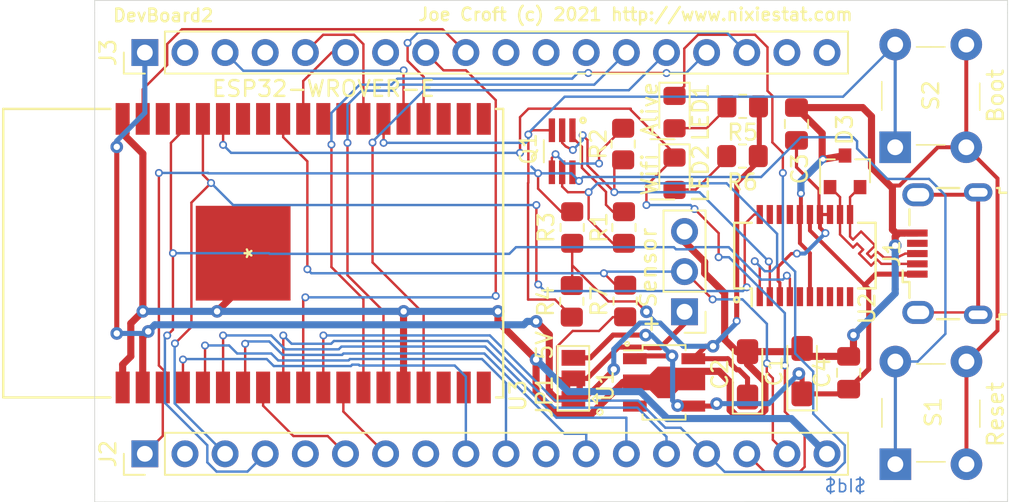
<source format=kicad_pcb>
(kicad_pcb (version 20171130) (host pcbnew 5.1.8-5.1.8)

  (general
    (thickness 1.6)
    (drawings 30)
    (tracks 642)
    (zones 0)
    (modules 25)
    (nets 71)
  )

  (page A4)
  (layers
    (0 F.Cu signal)
    (31 B.Cu signal)
    (32 B.Adhes user)
    (33 F.Adhes user)
    (34 B.Paste user)
    (35 F.Paste user)
    (36 B.SilkS user)
    (37 F.SilkS user)
    (38 B.Mask user)
    (39 F.Mask user)
    (40 Dwgs.User user hide)
    (41 Cmts.User user)
    (42 Eco1.User user)
    (43 Eco2.User user)
    (44 Edge.Cuts user)
    (45 Margin user)
    (46 B.CrtYd user)
    (47 F.CrtYd user)
    (48 B.Fab user)
    (49 F.Fab user hide)
  )

  (setup
    (last_trace_width 0.25)
    (user_trace_width 0.1524)
    (user_trace_width 0.2)
    (user_trace_width 0.32)
    (user_trace_width 0.45)
    (trace_clearance 0.2)
    (zone_clearance 0.508)
    (zone_45_only no)
    (trace_min 0.1524)
    (via_size 0.8)
    (via_drill 0.4)
    (via_min_size 0.4)
    (via_min_drill 0.3)
    (user_via 0.5 0.3)
    (uvia_size 0.3)
    (uvia_drill 0.1)
    (uvias_allowed no)
    (uvia_min_size 0.2)
    (uvia_min_drill 0.1)
    (edge_width 0.05)
    (segment_width 0.2)
    (pcb_text_width 0.3)
    (pcb_text_size 1.5 1.5)
    (mod_edge_width 0.12)
    (mod_text_size 1 1)
    (mod_text_width 0.15)
    (pad_size 1.524 1.524)
    (pad_drill 0.762)
    (pad_to_mask_clearance 0)
    (aux_axis_origin 0 0)
    (grid_origin 119.5324 132.08)
    (visible_elements FFFFFF7F)
    (pcbplotparams
      (layerselection 0x010ec_ffffffff)
      (usegerberextensions false)
      (usegerberattributes true)
      (usegerberadvancedattributes true)
      (creategerberjobfile true)
      (excludeedgelayer true)
      (linewidth 0.100000)
      (plotframeref false)
      (viasonmask false)
      (mode 1)
      (useauxorigin false)
      (hpglpennumber 1)
      (hpglpenspeed 20)
      (hpglpendiameter 15.000000)
      (psnegative false)
      (psa4output false)
      (plotreference true)
      (plotvalue true)
      (plotinvisibletext false)
      (padsonsilk false)
      (subtractmaskfromsilk false)
      (outputformat 1)
      (mirror false)
      (drillshape 0)
      (scaleselection 1)
      (outputdirectory "gerber/"))
  )

  (net 0 "")
  (net 1 GNDREF)
  (net 2 +3.3V)
  (net 3 "Net-(J1-Pad4)")
  (net 4 "Net-(Q1-Pad5)")
  (net 5 "Net-(Q1-Pad4)")
  (net 6 "Net-(Q1-Pad2)")
  (net 7 "Net-(Q1-Pad1)")
  (net 8 "Net-(U2-Pad10)")
  (net 9 "Net-(U2-Pad7)")
  (net 10 "Net-(U2-Pad5)")
  (net 11 IO-26)
  (net 12 IO-33)
  (net 13 IO-34)
  (net 14 IO-35)
  (net 15 TXD0)
  (net 16 RXD0)
  (net 17 IO-15)
  (net 18 IO-14)
  (net 19 IO-13)
  (net 20 IO-12)
  (net 21 IO-05)
  (net 22 IO-04)
  (net 23 IO-02)
  (net 24 IO-18)
  (net 25 IO-21)
  (net 26 RESET)
  (net 27 "Net-(U2-Pad19)")
  (net 28 "Net-(U2-Pad18)")
  (net 29 "Net-(U2-Pad17)")
  (net 30 "Net-(U2-Pad9)")
  (net 31 "Net-(U2-Pad8)")
  (net 32 "Net-(J4-Pad1)")
  (net 33 +5V)
  (net 34 "Net-(J1-Pad6)")
  (net 35 /USB_P)
  (net 36 /USB_N)
  (net 37 "Net-(U1-Pad3)")
  (net 38 "Net-(C3-Pad1)")
  (net 39 "Net-(LED1-Pad2)")
  (net 40 "Net-(LED2-Pad2)")
  (net 41 IO-19)
  (net 42 IO-25)
  (net 43 IO-27)
  (net 44 IO-32)
  (net 45 SENSOR_VN)
  (net 46 SENSOR_VP)
  (net 47 "Net-(J2-Pad2)")
  (net 48 IO-23)
  (net 49 IO-22)
  (net 50 IO-00)
  (net 51 "Net-(U3-Pad32)")
  (net 52 "Net-(J2-Pad11)")
  (net 53 "Net-(J2-Pad8)")
  (net 54 "Net-(J2-Pad5)")
  (net 55 "Net-(J3-Pad18)")
  (net 56 "Net-(J3-Pad17)")
  (net 57 "Net-(J3-Pad12)")
  (net 58 "Net-(J3-Pad11)")
  (net 59 "Net-(J3-Pad10)")
  (net 60 "Net-(J3-Pad7)")
  (net 61 "Net-(J3-Pad4)")
  (net 62 "Net-(J3-Pad2)")
  (net 63 "Net-(U3-Pad20)")
  (net 64 "Net-(U3-Pad21)")
  (net 65 "Net-(U3-Pad22)")
  (net 66 "Net-(U3-Pad27)")
  (net 67 "Net-(U3-Pad28)")
  (net 68 "Net-(U3-Pad19)")
  (net 69 "Net-(U3-Pad18)")
  (net 70 "Net-(U3-Pad17)")

  (net_class Default "This is the default net class."
    (clearance 0.2)
    (trace_width 0.25)
    (via_dia 0.8)
    (via_drill 0.4)
    (uvia_dia 0.3)
    (uvia_drill 0.1)
    (add_net +3.3V)
    (add_net +5V)
    (add_net /USB_N)
    (add_net /USB_P)
    (add_net GNDREF)
    (add_net IO-00)
    (add_net IO-02)
    (add_net IO-04)
    (add_net IO-05)
    (add_net IO-12)
    (add_net IO-13)
    (add_net IO-14)
    (add_net IO-15)
    (add_net IO-18)
    (add_net IO-19)
    (add_net IO-21)
    (add_net IO-22)
    (add_net IO-23)
    (add_net IO-25)
    (add_net IO-26)
    (add_net IO-27)
    (add_net IO-32)
    (add_net IO-33)
    (add_net IO-34)
    (add_net IO-35)
    (add_net "Net-(C3-Pad1)")
    (add_net "Net-(J1-Pad4)")
    (add_net "Net-(J1-Pad6)")
    (add_net "Net-(J2-Pad11)")
    (add_net "Net-(J2-Pad2)")
    (add_net "Net-(J2-Pad5)")
    (add_net "Net-(J2-Pad8)")
    (add_net "Net-(J3-Pad10)")
    (add_net "Net-(J3-Pad11)")
    (add_net "Net-(J3-Pad12)")
    (add_net "Net-(J3-Pad17)")
    (add_net "Net-(J3-Pad18)")
    (add_net "Net-(J3-Pad2)")
    (add_net "Net-(J3-Pad4)")
    (add_net "Net-(J3-Pad7)")
    (add_net "Net-(J4-Pad1)")
    (add_net "Net-(LED1-Pad2)")
    (add_net "Net-(LED2-Pad2)")
    (add_net "Net-(Q1-Pad1)")
    (add_net "Net-(Q1-Pad2)")
    (add_net "Net-(Q1-Pad4)")
    (add_net "Net-(Q1-Pad5)")
    (add_net "Net-(U1-Pad3)")
    (add_net "Net-(U2-Pad10)")
    (add_net "Net-(U2-Pad17)")
    (add_net "Net-(U2-Pad18)")
    (add_net "Net-(U2-Pad19)")
    (add_net "Net-(U2-Pad5)")
    (add_net "Net-(U2-Pad7)")
    (add_net "Net-(U2-Pad8)")
    (add_net "Net-(U2-Pad9)")
    (add_net "Net-(U3-Pad17)")
    (add_net "Net-(U3-Pad18)")
    (add_net "Net-(U3-Pad19)")
    (add_net "Net-(U3-Pad20)")
    (add_net "Net-(U3-Pad21)")
    (add_net "Net-(U3-Pad22)")
    (add_net "Net-(U3-Pad27)")
    (add_net "Net-(U3-Pad28)")
    (add_net "Net-(U3-Pad32)")
    (add_net RESET)
    (add_net RXD0)
    (add_net SENSOR_VN)
    (add_net SENSOR_VP)
    (add_net TXD0)
  )

  (module Resistor_SMD:R_0805_2012Metric_Pad1.20x1.40mm_HandSolder (layer F.Cu) (tedit 5F68FEEE) (tstamp 6229CD5D)
    (at 142.0624 107.93 90)
    (descr "Resistor SMD 0805 (2012 Metric), square (rectangular) end terminal, IPC_7351 nominal with elongated pad for handsoldering. (Body size source: IPC-SM-782 page 72, https://www.pcb-3d.com/wordpress/wp-content/uploads/ipc-sm-782a_amendment_1_and_2.pdf), generated with kicad-footprint-generator")
    (tags "resistor handsolder")
    (path /6229B385)
    (attr smd)
    (fp_text reference R7 (at 0 -1.65 90) (layer F.SilkS)
      (effects (font (size 1 1) (thickness 0.15)))
    )
    (fp_text value 2.3K (at 0 1.65 90) (layer F.Fab)
      (effects (font (size 1 1) (thickness 0.15)))
    )
    (fp_text user %R (at 0 0 90) (layer F.Fab)
      (effects (font (size 0.5 0.5) (thickness 0.08)))
    )
    (fp_line (start -1 0.625) (end -1 -0.625) (layer F.Fab) (width 0.1))
    (fp_line (start -1 -0.625) (end 1 -0.625) (layer F.Fab) (width 0.1))
    (fp_line (start 1 -0.625) (end 1 0.625) (layer F.Fab) (width 0.1))
    (fp_line (start 1 0.625) (end -1 0.625) (layer F.Fab) (width 0.1))
    (fp_line (start -0.227064 -0.735) (end 0.227064 -0.735) (layer F.SilkS) (width 0.12))
    (fp_line (start -0.227064 0.735) (end 0.227064 0.735) (layer F.SilkS) (width 0.12))
    (fp_line (start -1.85 0.95) (end -1.85 -0.95) (layer F.CrtYd) (width 0.05))
    (fp_line (start -1.85 -0.95) (end 1.85 -0.95) (layer F.CrtYd) (width 0.05))
    (fp_line (start 1.85 -0.95) (end 1.85 0.95) (layer F.CrtYd) (width 0.05))
    (fp_line (start 1.85 0.95) (end -1.85 0.95) (layer F.CrtYd) (width 0.05))
    (pad 2 smd roundrect (at 1 0 90) (size 1.2 1.4) (layers F.Cu F.Paste F.Mask) (roundrect_rratio 0.208333)
      (net 24 IO-18))
    (pad 1 smd roundrect (at -1 0 90) (size 1.2 1.4) (layers F.Cu F.Paste F.Mask) (roundrect_rratio 0.208333)
      (net 32 "Net-(J4-Pad1)"))
    (model ${KISYS3DMOD}/Resistor_SMD.3dshapes/R_0805_2012Metric.wrl
      (at (xyz 0 0 0))
      (scale (xyz 1 1 1))
      (rotate (xyz 0 0 0))
    )
  )

  (module croftj:ESP32-WROVER-EM213EH2864PH3Q0 (layer F.Cu) (tedit 60A96819) (tstamp 60A9F1AF)
    (at 118.5164 104.902 90)
    (path /60B04981)
    (fp_text reference U3 (at -9.017 16.764 90) (layer F.SilkS)
      (effects (font (size 1 1) (thickness 0.15)))
    )
    (fp_text value ESP32-WROVER-E (at 10.414 4.445 180) (layer F.SilkS)
      (effects (font (size 1 1) (thickness 0.15)))
    )
    (fp_line (start -9.1313 15.8242) (end 9.1313 15.8242) (layer F.SilkS) (width 0.1524))
    (fp_line (start 9.1313 15.8242) (end 9.1313 15.374442) (layer F.SilkS) (width 0.1524))
    (fp_line (start 9.1313 -15.8242) (end -9.1313 -15.8242) (layer F.SilkS) (width 0.1524))
    (fp_line (start -9.1313 -15.8242) (end -9.1313 -9.040038) (layer F.SilkS) (width 0.1524))
    (fp_line (start -9.0043 15.6972) (end 9.0043 15.6972) (layer F.Fab) (width 0.1524))
    (fp_line (start 9.0043 15.6972) (end 9.0043 -15.6972) (layer F.Fab) (width 0.1524))
    (fp_line (start 9.0043 -15.6972) (end -9.0043 -15.6972) (layer F.Fab) (width 0.1524))
    (fp_line (start -9.0043 -15.6972) (end -9.0043 15.6972) (layer F.Fab) (width 0.1524))
    (fp_line (start -9.1313 15.374442) (end -9.1313 15.8242) (layer F.SilkS) (width 0.1524))
    (fp_line (start 9.1313 -9.040038) (end 9.1313 -15.8242) (layer F.SilkS) (width 0.1524))
    (fp_line (start -9.757301 -15.9512) (end -9.757301 15.9512) (layer F.CrtYd) (width 0.1524))
    (fp_line (start -9.757301 15.9512) (end 9.757301 15.9512) (layer F.CrtYd) (width 0.1524))
    (fp_line (start 9.757301 15.9512) (end 9.757301 -15.9512) (layer F.CrtYd) (width 0.1524))
    (fp_line (start 9.757301 -15.9512) (end -9.757301 -15.9512) (layer F.CrtYd) (width 0.1524))
    (fp_circle (center -8.500001 -10.167798) (end -8.119001 -10.167798) (layer F.Fab) (width 0.1524))
    (fp_text user * (at 0 0 90) (layer F.Fab)
      (effects (font (size 1 1) (thickness 0.15)))
    )
    (fp_text user * (at 0 0 90) (layer F.SilkS)
      (effects (font (size 1 1) (thickness 0.15)))
    )
    (fp_text user "Copyright 2016 Accelerated Designs. All rights reserved." (at 0 0 90) (layer Cmts.User)
      (effects (font (size 0.127 0.127) (thickness 0.002)))
    )
    (pad 39 smd rect (at 0 -0.635 90) (size 6 6) (layers F.Cu F.Paste F.Mask)
      (net 1 GNDREF))
    (pad 20 smd rect (at 8.500001 14.597202 90) (size 2.0066 0.889) (layers F.Cu F.Paste F.Mask)
      (net 63 "Net-(U3-Pad20)"))
    (pad 21 smd rect (at 8.500001 13.327202 90) (size 2.0066 0.889) (layers F.Cu F.Paste F.Mask)
      (net 64 "Net-(U3-Pad21)"))
    (pad 22 smd rect (at 8.500001 12.057202 90) (size 2.0066 0.889) (layers F.Cu F.Paste F.Mask)
      (net 65 "Net-(U3-Pad22)"))
    (pad 23 smd rect (at 8.500001 10.787202 90) (size 2.0066 0.889) (layers F.Cu F.Paste F.Mask)
      (net 17 IO-15))
    (pad 24 smd rect (at 8.500001 9.517202 90) (size 2.0066 0.889) (layers F.Cu F.Paste F.Mask)
      (net 23 IO-02))
    (pad 25 smd rect (at 8.500001 8.247202 90) (size 2.0066 0.889) (layers F.Cu F.Paste F.Mask)
      (net 50 IO-00))
    (pad 26 smd rect (at 8.500001 6.977202 90) (size 2.0066 0.889) (layers F.Cu F.Paste F.Mask)
      (net 22 IO-04))
    (pad 27 smd rect (at 8.500001 5.707202 90) (size 2.0066 0.889) (layers F.Cu F.Paste F.Mask)
      (net 66 "Net-(U3-Pad27)"))
    (pad 28 smd rect (at 8.500001 4.437202 90) (size 2.0066 0.889) (layers F.Cu F.Paste F.Mask)
      (net 67 "Net-(U3-Pad28)"))
    (pad 29 smd rect (at 8.500001 3.167202 90) (size 2.0066 0.889) (layers F.Cu F.Paste F.Mask)
      (net 21 IO-05))
    (pad 30 smd rect (at 8.500001 1.897202 90) (size 2.0066 0.889) (layers F.Cu F.Paste F.Mask)
      (net 24 IO-18))
    (pad 31 smd rect (at 8.500001 0.627202 90) (size 2.0066 0.889) (layers F.Cu F.Paste F.Mask)
      (net 41 IO-19))
    (pad 32 smd rect (at 8.500001 -0.642798 90) (size 2.0066 0.889) (layers F.Cu F.Paste F.Mask)
      (net 51 "Net-(U3-Pad32)"))
    (pad 33 smd rect (at 8.500001 -1.912798 90) (size 2.0066 0.889) (layers F.Cu F.Paste F.Mask)
      (net 25 IO-21))
    (pad 34 smd rect (at 8.500001 -3.182798 90) (size 2.0066 0.889) (layers F.Cu F.Paste F.Mask)
      (net 16 RXD0))
    (pad 35 smd rect (at 8.500001 -4.452798 90) (size 2.0066 0.889) (layers F.Cu F.Paste F.Mask)
      (net 15 TXD0))
    (pad 36 smd rect (at 8.500001 -5.722798 90) (size 2.0066 0.889) (layers F.Cu F.Paste F.Mask)
      (net 49 IO-22))
    (pad 37 smd rect (at 8.500001 -6.992798 90) (size 2.0066 0.889) (layers F.Cu F.Paste F.Mask)
      (net 48 IO-23))
    (pad 38 smd rect (at 8.500001 -8.262798 90) (size 2.0066 0.889) (layers F.Cu F.Paste F.Mask)
      (net 1 GNDREF))
    (pad 19 smd rect (at -8.500001 14.597202 90) (size 2.0066 0.889) (layers F.Cu F.Paste F.Mask)
      (net 68 "Net-(U3-Pad19)"))
    (pad 18 smd rect (at -8.500001 13.327202 90) (size 2.0066 0.889) (layers F.Cu F.Paste F.Mask)
      (net 69 "Net-(U3-Pad18)"))
    (pad 17 smd rect (at -8.500001 12.057202 90) (size 2.0066 0.889) (layers F.Cu F.Paste F.Mask)
      (net 70 "Net-(U3-Pad17)"))
    (pad 16 smd rect (at -8.500001 10.787202 90) (size 2.0066 0.889) (layers F.Cu F.Paste F.Mask)
      (net 19 IO-13))
    (pad 15 smd rect (at -8.500001 9.517202 90) (size 2.0066 0.889) (layers F.Cu F.Paste F.Mask)
      (net 1 GNDREF))
    (pad 14 smd rect (at -8.500001 8.247202 90) (size 2.0066 0.889) (layers F.Cu F.Paste F.Mask)
      (net 20 IO-12))
    (pad 13 smd rect (at -8.500001 6.977202 90) (size 2.0066 0.889) (layers F.Cu F.Paste F.Mask)
      (net 18 IO-14))
    (pad 12 smd rect (at -8.500001 5.707202 90) (size 2.0066 0.889) (layers F.Cu F.Paste F.Mask)
      (net 43 IO-27))
    (pad 11 smd rect (at -8.500001 4.437202 90) (size 2.0066 0.889) (layers F.Cu F.Paste F.Mask)
      (net 11 IO-26))
    (pad 10 smd rect (at -8.500001 3.167202 90) (size 2.0066 0.889) (layers F.Cu F.Paste F.Mask)
      (net 42 IO-25))
    (pad 9 smd rect (at -8.500001 1.897202 90) (size 2.0066 0.889) (layers F.Cu F.Paste F.Mask)
      (net 12 IO-33))
    (pad 8 smd rect (at -8.500001 0.627202 90) (size 2.0066 0.889) (layers F.Cu F.Paste F.Mask)
      (net 44 IO-32))
    (pad 7 smd rect (at -8.500001 -0.642798 90) (size 2.0066 0.889) (layers F.Cu F.Paste F.Mask)
      (net 14 IO-35))
    (pad 6 smd rect (at -8.500001 -1.912798 90) (size 2.0066 0.889) (layers F.Cu F.Paste F.Mask)
      (net 13 IO-34))
    (pad 5 smd rect (at -8.500001 -3.182798 90) (size 2.0066 0.889) (layers F.Cu F.Paste F.Mask)
      (net 45 SENSOR_VN))
    (pad 4 smd rect (at -8.500001 -4.452798 90) (size 2.0066 0.889) (layers F.Cu F.Paste F.Mask)
      (net 46 SENSOR_VP))
    (pad 3 smd rect (at -8.500001 -5.722798 90) (size 2.0066 0.889) (layers F.Cu F.Paste F.Mask)
      (net 26 RESET))
    (pad 2 smd rect (at -8.500001 -6.992798 90) (size 2.0066 0.889) (layers F.Cu F.Paste F.Mask)
      (net 2 +3.3V))
    (pad 1 smd rect (at -8.500001 -8.262798 90) (size 2.0066 0.889) (layers F.Cu F.Paste F.Mask)
      (net 1 GNDREF))
  )

  (module Connector_PinHeader_2.54mm:PinHeader_1x18_P2.54mm_Vertical (layer F.Cu) (tedit 59FED5CC) (tstamp 6060B3ED)
    (at 111.6584 92.202 90)
    (descr "Through hole straight pin header, 1x18, 2.54mm pitch, single row")
    (tags "Through hole pin header THT 1x18 2.54mm single row")
    (path /606A5657)
    (fp_text reference J3 (at 0 -2.33 90) (layer F.SilkS)
      (effects (font (size 1 1) (thickness 0.15)))
    )
    (fp_text value Conn_01x18_Male (at 0 45.51 90) (layer F.Fab) hide
      (effects (font (size 1 1) (thickness 0.15)))
    )
    (fp_line (start 1.8 -1.8) (end -1.8 -1.8) (layer F.CrtYd) (width 0.05))
    (fp_line (start 1.8 44.95) (end 1.8 -1.8) (layer F.CrtYd) (width 0.05))
    (fp_line (start -1.8 44.95) (end 1.8 44.95) (layer F.CrtYd) (width 0.05))
    (fp_line (start -1.8 -1.8) (end -1.8 44.95) (layer F.CrtYd) (width 0.05))
    (fp_line (start -1.33 -1.33) (end 0 -1.33) (layer F.SilkS) (width 0.12))
    (fp_line (start -1.33 0) (end -1.33 -1.33) (layer F.SilkS) (width 0.12))
    (fp_line (start -1.33 1.27) (end 1.33 1.27) (layer F.SilkS) (width 0.12))
    (fp_line (start 1.33 1.27) (end 1.33 44.51) (layer F.SilkS) (width 0.12))
    (fp_line (start -1.33 1.27) (end -1.33 44.51) (layer F.SilkS) (width 0.12))
    (fp_line (start -1.33 44.51) (end 1.33 44.51) (layer F.SilkS) (width 0.12))
    (fp_line (start -1.27 -0.635) (end -0.635 -1.27) (layer F.Fab) (width 0.1))
    (fp_line (start -1.27 44.45) (end -1.27 -0.635) (layer F.Fab) (width 0.1))
    (fp_line (start 1.27 44.45) (end -1.27 44.45) (layer F.Fab) (width 0.1))
    (fp_line (start 1.27 -1.27) (end 1.27 44.45) (layer F.Fab) (width 0.1))
    (fp_line (start -0.635 -1.27) (end 1.27 -1.27) (layer F.Fab) (width 0.1))
    (fp_text user %R (at 0 21.59) (layer F.Fab)
      (effects (font (size 1 1) (thickness 0.15)))
    )
    (pad 18 thru_hole oval (at 0 43.18 90) (size 1.7 1.7) (drill 1) (layers *.Cu *.Mask)
      (net 55 "Net-(J3-Pad18)"))
    (pad 17 thru_hole oval (at 0 40.64 90) (size 1.7 1.7) (drill 1) (layers *.Cu *.Mask)
      (net 56 "Net-(J3-Pad17)"))
    (pad 16 thru_hole oval (at 0 38.1 90) (size 1.7 1.7) (drill 1) (layers *.Cu *.Mask)
      (net 17 IO-15))
    (pad 15 thru_hole oval (at 0 35.56 90) (size 1.7 1.7) (drill 1) (layers *.Cu *.Mask)
      (net 18 IO-14))
    (pad 14 thru_hole oval (at 0 33.02 90) (size 1.7 1.7) (drill 1) (layers *.Cu *.Mask)
      (net 19 IO-13))
    (pad 13 thru_hole oval (at 0 30.48 90) (size 1.7 1.7) (drill 1) (layers *.Cu *.Mask)
      (net 20 IO-12))
    (pad 12 thru_hole oval (at 0 27.94 90) (size 1.7 1.7) (drill 1) (layers *.Cu *.Mask)
      (net 57 "Net-(J3-Pad12)"))
    (pad 11 thru_hole oval (at 0 25.4 90) (size 1.7 1.7) (drill 1) (layers *.Cu *.Mask)
      (net 58 "Net-(J3-Pad11)"))
    (pad 10 thru_hole oval (at 0 22.86 90) (size 1.7 1.7) (drill 1) (layers *.Cu *.Mask)
      (net 59 "Net-(J3-Pad10)"))
    (pad 9 thru_hole oval (at 0 20.32 90) (size 1.7 1.7) (drill 1) (layers *.Cu *.Mask)
      (net 48 IO-23))
    (pad 8 thru_hole oval (at 0 17.78 90) (size 1.7 1.7) (drill 1) (layers *.Cu *.Mask)
      (net 42 IO-25))
    (pad 7 thru_hole oval (at 0 15.24 90) (size 1.7 1.7) (drill 1) (layers *.Cu *.Mask)
      (net 60 "Net-(J3-Pad7)"))
    (pad 6 thru_hole oval (at 0 12.7 90) (size 1.7 1.7) (drill 1) (layers *.Cu *.Mask)
      (net 21 IO-05))
    (pad 5 thru_hole oval (at 0 10.16 90) (size 1.7 1.7) (drill 1) (layers *.Cu *.Mask)
      (net 22 IO-04))
    (pad 4 thru_hole oval (at 0 7.62 90) (size 1.7 1.7) (drill 1) (layers *.Cu *.Mask)
      (net 61 "Net-(J3-Pad4)"))
    (pad 3 thru_hole oval (at 0 5.08 90) (size 1.7 1.7) (drill 1) (layers *.Cu *.Mask)
      (net 23 IO-02))
    (pad 2 thru_hole oval (at 0 2.54 90) (size 1.7 1.7) (drill 1) (layers *.Cu *.Mask)
      (net 62 "Net-(J3-Pad2)"))
    (pad 1 thru_hole rect (at 0 0 90) (size 1.7 1.7) (drill 1) (layers *.Cu *.Mask)
      (net 2 +3.3V))
    (model ${KISYS3DMOD}/Connector_PinHeader_2.54mm.3dshapes/PinHeader_1x18_P2.54mm_Vertical.wrl
      (at (xyz 0 0 0))
      (scale (xyz 1 1 1))
      (rotate (xyz 0 0 0))
    )
  )

  (module Resistor_SMD:R_0805_2012Metric_Pad1.20x1.40mm_HandSolder (layer F.Cu) (tedit 5F68FEEE) (tstamp 6090CD3D)
    (at 149.4884 98.7552 180)
    (descr "Resistor SMD 0805 (2012 Metric), square (rectangular) end terminal, IPC_7351 nominal with elongated pad for handsoldering. (Body size source: IPC-SM-782 page 72, https://www.pcb-3d.com/wordpress/wp-content/uploads/ipc-sm-782a_amendment_1_and_2.pdf), generated with kicad-footprint-generator")
    (tags "resistor handsolder")
    (path /60AD946E)
    (attr smd)
    (fp_text reference R6 (at 0 -1.65) (layer F.SilkS)
      (effects (font (size 1 1) (thickness 0.15)))
    )
    (fp_text value 75 (at 0 1.65) (layer F.Fab)
      (effects (font (size 1 1) (thickness 0.15)))
    )
    (fp_line (start -1 0.625) (end -1 -0.625) (layer F.Fab) (width 0.1))
    (fp_line (start -1 -0.625) (end 1 -0.625) (layer F.Fab) (width 0.1))
    (fp_line (start 1 -0.625) (end 1 0.625) (layer F.Fab) (width 0.1))
    (fp_line (start 1 0.625) (end -1 0.625) (layer F.Fab) (width 0.1))
    (fp_line (start -0.227064 -0.735) (end 0.227064 -0.735) (layer F.SilkS) (width 0.12))
    (fp_line (start -0.227064 0.735) (end 0.227064 0.735) (layer F.SilkS) (width 0.12))
    (fp_line (start -1.85 0.95) (end -1.85 -0.95) (layer F.CrtYd) (width 0.05))
    (fp_line (start -1.85 -0.95) (end 1.85 -0.95) (layer F.CrtYd) (width 0.05))
    (fp_line (start 1.85 -0.95) (end 1.85 0.95) (layer F.CrtYd) (width 0.05))
    (fp_line (start 1.85 0.95) (end -1.85 0.95) (layer F.CrtYd) (width 0.05))
    (fp_text user %R (at 0 0) (layer F.Fab)
      (effects (font (size 0.5 0.5) (thickness 0.08)))
    )
    (pad 2 smd roundrect (at 1 0 180) (size 1.2 1.4) (layers F.Cu F.Paste F.Mask) (roundrect_rratio 0.208333)
      (net 40 "Net-(LED2-Pad2)"))
    (pad 1 smd roundrect (at -1 0 180) (size 1.2 1.4) (layers F.Cu F.Paste F.Mask) (roundrect_rratio 0.208333)
      (net 2 +3.3V))
    (model ${KISYS3DMOD}/Resistor_SMD.3dshapes/R_0805_2012Metric.wrl
      (at (xyz 0 0 0))
      (scale (xyz 1 1 1))
      (rotate (xyz 0 0 0))
    )
  )

  (module Resistor_SMD:R_0805_2012Metric_Pad1.20x1.40mm_HandSolder (layer F.Cu) (tedit 5F68FEEE) (tstamp 6090CD2C)
    (at 149.5044 95.6056 180)
    (descr "Resistor SMD 0805 (2012 Metric), square (rectangular) end terminal, IPC_7351 nominal with elongated pad for handsoldering. (Body size source: IPC-SM-782 page 72, https://www.pcb-3d.com/wordpress/wp-content/uploads/ipc-sm-782a_amendment_1_and_2.pdf), generated with kicad-footprint-generator")
    (tags "resistor handsolder")
    (path /60AD9468)
    (attr smd)
    (fp_text reference R5 (at 0 -1.65) (layer F.SilkS)
      (effects (font (size 1 1) (thickness 0.15)))
    )
    (fp_text value 75 (at 0 1.65) (layer F.Fab)
      (effects (font (size 1 1) (thickness 0.15)))
    )
    (fp_line (start -1 0.625) (end -1 -0.625) (layer F.Fab) (width 0.1))
    (fp_line (start -1 -0.625) (end 1 -0.625) (layer F.Fab) (width 0.1))
    (fp_line (start 1 -0.625) (end 1 0.625) (layer F.Fab) (width 0.1))
    (fp_line (start 1 0.625) (end -1 0.625) (layer F.Fab) (width 0.1))
    (fp_line (start -0.227064 -0.735) (end 0.227064 -0.735) (layer F.SilkS) (width 0.12))
    (fp_line (start -0.227064 0.735) (end 0.227064 0.735) (layer F.SilkS) (width 0.12))
    (fp_line (start -1.85 0.95) (end -1.85 -0.95) (layer F.CrtYd) (width 0.05))
    (fp_line (start -1.85 -0.95) (end 1.85 -0.95) (layer F.CrtYd) (width 0.05))
    (fp_line (start 1.85 -0.95) (end 1.85 0.95) (layer F.CrtYd) (width 0.05))
    (fp_line (start 1.85 0.95) (end -1.85 0.95) (layer F.CrtYd) (width 0.05))
    (fp_text user %R (at 0 0) (layer F.Fab)
      (effects (font (size 0.5 0.5) (thickness 0.08)))
    )
    (pad 2 smd roundrect (at 1 0 180) (size 1.2 1.4) (layers F.Cu F.Paste F.Mask) (roundrect_rratio 0.208333)
      (net 39 "Net-(LED1-Pad2)"))
    (pad 1 smd roundrect (at -1 0 180) (size 1.2 1.4) (layers F.Cu F.Paste F.Mask) (roundrect_rratio 0.208333)
      (net 2 +3.3V))
    (model ${KISYS3DMOD}/Resistor_SMD.3dshapes/R_0805_2012Metric.wrl
      (at (xyz 0 0 0))
      (scale (xyz 1 1 1))
      (rotate (xyz 0 0 0))
    )
  )

  (module LED_SMD:LED_0805_2012Metric_Pad1.15x1.40mm_HandSolder (layer F.Cu) (tedit 5F68FEF1) (tstamp 6090CC71)
    (at 145.1864 99.8728 270)
    (descr "LED SMD 0805 (2012 Metric), square (rectangular) end terminal, IPC_7351 nominal, (Body size source: https://docs.google.com/spreadsheets/d/1BsfQQcO9C6DZCsRaXUlFlo91Tg2WpOkGARC1WS5S8t0/edit?usp=sharing), generated with kicad-footprint-generator")
    (tags "LED handsolder")
    (path /60AD9462)
    (attr smd)
    (fp_text reference LED2 (at 0 -1.65 90) (layer F.SilkS)
      (effects (font (size 1 1) (thickness 0.15)))
    )
    (fp_text value LED (at 0 1.65 90) (layer F.Fab)
      (effects (font (size 1 1) (thickness 0.15)))
    )
    (fp_line (start 1 -0.6) (end -0.7 -0.6) (layer F.Fab) (width 0.1))
    (fp_line (start -0.7 -0.6) (end -1 -0.3) (layer F.Fab) (width 0.1))
    (fp_line (start -1 -0.3) (end -1 0.6) (layer F.Fab) (width 0.1))
    (fp_line (start -1 0.6) (end 1 0.6) (layer F.Fab) (width 0.1))
    (fp_line (start 1 0.6) (end 1 -0.6) (layer F.Fab) (width 0.1))
    (fp_line (start 1 -0.96) (end -1.86 -0.96) (layer F.SilkS) (width 0.12))
    (fp_line (start -1.86 -0.96) (end -1.86 0.96) (layer F.SilkS) (width 0.12))
    (fp_line (start -1.86 0.96) (end 1 0.96) (layer F.SilkS) (width 0.12))
    (fp_line (start -1.85 0.95) (end -1.85 -0.95) (layer F.CrtYd) (width 0.05))
    (fp_line (start -1.85 -0.95) (end 1.85 -0.95) (layer F.CrtYd) (width 0.05))
    (fp_line (start 1.85 -0.95) (end 1.85 0.95) (layer F.CrtYd) (width 0.05))
    (fp_line (start 1.85 0.95) (end -1.85 0.95) (layer F.CrtYd) (width 0.05))
    (fp_text user %R (at 0 0 90) (layer F.Fab)
      (effects (font (size 0.5 0.5) (thickness 0.08)))
    )
    (pad 2 smd roundrect (at 1.025 0 270) (size 1.15 1.4) (layers F.Cu F.Paste F.Mask) (roundrect_rratio 0.217391)
      (net 40 "Net-(LED2-Pad2)"))
    (pad 1 smd roundrect (at -1.025 0 270) (size 1.15 1.4) (layers F.Cu F.Paste F.Mask) (roundrect_rratio 0.217391)
      (net 25 IO-21))
    (model ${KISYS3DMOD}/LED_SMD.3dshapes/LED_0805_2012Metric.wrl
      (at (xyz 0 0 0))
      (scale (xyz 1 1 1))
      (rotate (xyz 0 0 0))
    )
  )

  (module LED_SMD:LED_0805_2012Metric_Pad1.15x1.40mm_HandSolder (layer F.Cu) (tedit 5F68FEF1) (tstamp 6090CC5E)
    (at 145.1864 95.9702 270)
    (descr "LED SMD 0805 (2012 Metric), square (rectangular) end terminal, IPC_7351 nominal, (Body size source: https://docs.google.com/spreadsheets/d/1BsfQQcO9C6DZCsRaXUlFlo91Tg2WpOkGARC1WS5S8t0/edit?usp=sharing), generated with kicad-footprint-generator")
    (tags "LED handsolder")
    (path /60AD945C)
    (attr smd)
    (fp_text reference LED1 (at 0 -1.65 90) (layer F.SilkS)
      (effects (font (size 1 1) (thickness 0.15)))
    )
    (fp_text value LED (at 0 1.65 90) (layer F.Fab)
      (effects (font (size 1 1) (thickness 0.15)))
    )
    (fp_line (start 1 -0.6) (end -0.7 -0.6) (layer F.Fab) (width 0.1))
    (fp_line (start -0.7 -0.6) (end -1 -0.3) (layer F.Fab) (width 0.1))
    (fp_line (start -1 -0.3) (end -1 0.6) (layer F.Fab) (width 0.1))
    (fp_line (start -1 0.6) (end 1 0.6) (layer F.Fab) (width 0.1))
    (fp_line (start 1 0.6) (end 1 -0.6) (layer F.Fab) (width 0.1))
    (fp_line (start 1 -0.96) (end -1.86 -0.96) (layer F.SilkS) (width 0.12))
    (fp_line (start -1.86 -0.96) (end -1.86 0.96) (layer F.SilkS) (width 0.12))
    (fp_line (start -1.86 0.96) (end 1 0.96) (layer F.SilkS) (width 0.12))
    (fp_line (start -1.85 0.95) (end -1.85 -0.95) (layer F.CrtYd) (width 0.05))
    (fp_line (start -1.85 -0.95) (end 1.85 -0.95) (layer F.CrtYd) (width 0.05))
    (fp_line (start 1.85 -0.95) (end 1.85 0.95) (layer F.CrtYd) (width 0.05))
    (fp_line (start 1.85 0.95) (end -1.85 0.95) (layer F.CrtYd) (width 0.05))
    (fp_text user %R (at 0 0 90) (layer F.Fab)
      (effects (font (size 0.5 0.5) (thickness 0.08)))
    )
    (pad 2 smd roundrect (at 1.025 0 270) (size 1.15 1.4) (layers F.Cu F.Paste F.Mask) (roundrect_rratio 0.217391)
      (net 39 "Net-(LED1-Pad2)"))
    (pad 1 smd roundrect (at -1.025 0 270) (size 1.15 1.4) (layers F.Cu F.Paste F.Mask) (roundrect_rratio 0.217391)
      (net 11 IO-26))
    (model ${KISYS3DMOD}/LED_SMD.3dshapes/LED_0805_2012Metric.wrl
      (at (xyz 0 0 0))
      (scale (xyz 1 1 1))
      (rotate (xyz 0 0 0))
    )
  )

  (module Connector_PinHeader_2.54mm:PinHeader_1x03_P2.54mm_Vertical (layer F.Cu) (tedit 59FED5CC) (tstamp 60799C42)
    (at 145.8214 108.6104 180)
    (descr "Through hole straight pin header, 1x03, 2.54mm pitch, single row")
    (tags "Through hole pin header THT 1x03 2.54mm single row")
    (path /6092217A)
    (fp_text reference J4 (at -2.413 2.667 270) (layer F.SilkS) hide
      (effects (font (size 1 1) (thickness 0.15)))
    )
    (fp_text value Conn_01x03_Male (at 0 7.41) (layer F.Fab)
      (effects (font (size 1 1) (thickness 0.15)))
    )
    (fp_line (start 1.8 -1.8) (end -1.8 -1.8) (layer F.CrtYd) (width 0.05))
    (fp_line (start 1.8 6.85) (end 1.8 -1.8) (layer F.CrtYd) (width 0.05))
    (fp_line (start -1.8 6.85) (end 1.8 6.85) (layer F.CrtYd) (width 0.05))
    (fp_line (start -1.8 -1.8) (end -1.8 6.85) (layer F.CrtYd) (width 0.05))
    (fp_line (start -1.33 -1.33) (end 0 -1.33) (layer F.SilkS) (width 0.12))
    (fp_line (start -1.33 0) (end -1.33 -1.33) (layer F.SilkS) (width 0.12))
    (fp_line (start -1.33 1.27) (end 1.33 1.27) (layer F.SilkS) (width 0.12))
    (fp_line (start 1.33 1.27) (end 1.33 6.41) (layer F.SilkS) (width 0.12))
    (fp_line (start -1.33 1.27) (end -1.33 6.41) (layer F.SilkS) (width 0.12))
    (fp_line (start -1.33 6.41) (end 1.33 6.41) (layer F.SilkS) (width 0.12))
    (fp_line (start -1.27 -0.635) (end -0.635 -1.27) (layer F.Fab) (width 0.1))
    (fp_line (start -1.27 6.35) (end -1.27 -0.635) (layer F.Fab) (width 0.1))
    (fp_line (start 1.27 6.35) (end -1.27 6.35) (layer F.Fab) (width 0.1))
    (fp_line (start 1.27 -1.27) (end 1.27 6.35) (layer F.Fab) (width 0.1))
    (fp_line (start -0.635 -1.27) (end 1.27 -1.27) (layer F.Fab) (width 0.1))
    (fp_text user %R (at 0 2.54 90) (layer F.Fab)
      (effects (font (size 1 1) (thickness 0.15)))
    )
    (pad 3 thru_hole oval (at 0 5.08 180) (size 1.7 1.7) (drill 1) (layers *.Cu *.Mask)
      (net 1 GNDREF))
    (pad 2 thru_hole oval (at 0 2.54 180) (size 1.7 1.7) (drill 1) (layers *.Cu *.Mask)
      (net 24 IO-18))
    (pad 1 thru_hole rect (at 0 0 180) (size 1.7 1.7) (drill 1) (layers *.Cu *.Mask)
      (net 32 "Net-(J4-Pad1)"))
    (model ${KISYS3DMOD}/Connector_PinHeader_2.54mm.3dshapes/PinHeader_1x03_P2.54mm_Vertical.wrl
      (at (xyz 0 0 0))
      (scale (xyz 1 1 1))
      (rotate (xyz 0 0 0))
    )
  )

  (module Package_TO_SOT_SMD:SOT-89-5 (layer F.Cu) (tedit 5C33D68A) (tstamp 608D559E)
    (at 144.526 113.0808)
    (descr "SOT-89-5, http://www.e-devices.ricoh.co.jp/en/products/product_power/pkg/sot-89-5.pdf")
    (tags SOT-89-5)
    (path /60B8AEF2)
    (attr smd)
    (fp_text reference U1 (at -3.7084 0.2032 270) (layer F.SilkS)
      (effects (font (size 1 1) (thickness 0.15)))
    )
    (fp_text value AP7361C-33Y5-13 (at 0 3.5) (layer F.Fab)
      (effects (font (size 1 1) (thickness 0.15)))
    )
    (fp_line (start 1.36 2.03) (end 1.36 2.36) (layer F.SilkS) (width 0.12))
    (fp_line (start 1.36 2.36) (end -1.36 2.36) (layer F.SilkS) (width 0.12))
    (fp_line (start -2.54 -2.03) (end -1.36 -2.03) (layer F.SilkS) (width 0.12))
    (fp_line (start 1.36 -2.36) (end 1.36 -2.03) (layer F.SilkS) (width 0.12))
    (fp_line (start -1.36 -2.36) (end 1.36 -2.36) (layer F.SilkS) (width 0.12))
    (fp_line (start -1.36 -2.36) (end -1.36 -2.03) (layer F.SilkS) (width 0.12))
    (fp_line (start -1.36 2.36) (end -1.36 2.03) (layer F.SilkS) (width 0.12))
    (fp_line (start -1.25 -1.25) (end -0.25 -2.25) (layer F.Fab) (width 0.1))
    (fp_line (start 1.25 -2.25) (end 1.25 2.25) (layer F.Fab) (width 0.1))
    (fp_line (start 1.25 2.25) (end -1.25 2.25) (layer F.Fab) (width 0.1))
    (fp_line (start -1.25 2.25) (end -1.25 -1.25) (layer F.Fab) (width 0.1))
    (fp_line (start -0.25 -2.25) (end 1.25 -2.25) (layer F.Fab) (width 0.1))
    (fp_line (start 2.85 -2.5) (end 2.85 2.5) (layer F.CrtYd) (width 0.05))
    (fp_line (start 2.85 -2.5) (end -2.85 -2.5) (layer F.CrtYd) (width 0.05))
    (fp_line (start -2.85 2.5) (end 2.85 2.5) (layer F.CrtYd) (width 0.05))
    (fp_line (start -2.85 2.5) (end -2.85 -2.5) (layer F.CrtYd) (width 0.05))
    (fp_text user %R (at 0.5 0 90) (layer F.Fab)
      (effects (font (size 1 1) (thickness 0.15)))
    )
    (pad 2 smd custom (at 0 0) (size 0.8 2) (layers F.Cu F.Paste F.Mask)
      (net 1 GNDREF) (zone_connect 2)
      (options (clearance outline) (anchor rect))
      (primitives
        (gr_poly (pts
           (xy -2.6 -0.5) (xy -0.9 -0.5) (xy -0.4 -1) (xy 0.4 -1) (xy 0.9 -0.5)
           (xy 2.6 -0.5) (xy 2.6 0.5) (xy 0.9 0.5) (xy 0.4 1) (xy -0.4 1)
           (xy -0.9 0.5) (xy -2.6 0.5)) (width 0))
      ))
    (pad 3 smd rect (at -1.85 1.5) (size 1.5 0.7) (layers F.Cu F.Paste F.Mask)
      (net 37 "Net-(U1-Pad3)"))
    (pad 1 smd rect (at -1.85 -1.5) (size 1.5 0.7) (layers F.Cu F.Paste F.Mask)
      (net 33 +5V))
    (pad 4 smd rect (at 1.85 1.5) (size 1.5 0.7) (layers F.Cu F.Paste F.Mask)
      (net 33 +5V))
    (pad 5 smd rect (at 1.85 -1.5) (size 1.5 0.7) (layers F.Cu F.Paste F.Mask)
      (net 2 +3.3V))
    (model ${KISYS3DMOD}/Package_TO_SOT_SMD.3dshapes/SOT-89-5.wrl
      (at (xyz 0 0 0))
      (scale (xyz 1 1 1))
      (rotate (xyz 0 0 0))
    )
  )

  (module Package_TO_SOT_SMD:SOT-363_SC-70-6_Handsoldering (layer F.Cu) (tedit 5A02FF57) (tstamp 608D43E8)
    (at 138.0744 98.4504 270)
    (descr "SOT-363, SC-70-6, Handsoldering")
    (tags "SOT-363 SC-70-6 Handsoldering")
    (path /605DDBF6)
    (attr smd)
    (fp_text reference Q1 (at -0.1524 2.1336 90) (layer F.SilkS)
      (effects (font (size 1 1) (thickness 0.15)))
    )
    (fp_text value MTB3904-2 (at 0 2 270) (layer F.Fab)
      (effects (font (size 1 1) (thickness 0.15)))
    )
    (fp_line (start -2.4 1.4) (end 2.4 1.4) (layer F.CrtYd) (width 0.05))
    (fp_line (start 0.7 -1.16) (end -1.2 -1.16) (layer F.SilkS) (width 0.12))
    (fp_line (start -0.7 1.16) (end 0.7 1.16) (layer F.SilkS) (width 0.12))
    (fp_line (start 2.4 1.4) (end 2.4 -1.4) (layer F.CrtYd) (width 0.05))
    (fp_line (start -2.4 -1.4) (end -2.4 1.4) (layer F.CrtYd) (width 0.05))
    (fp_line (start -2.4 -1.4) (end 2.4 -1.4) (layer F.CrtYd) (width 0.05))
    (fp_line (start 0.675 -1.1) (end -0.175 -1.1) (layer F.Fab) (width 0.1))
    (fp_line (start -0.675 -0.6) (end -0.675 1.1) (layer F.Fab) (width 0.1))
    (fp_line (start 0.675 -1.1) (end 0.675 1.1) (layer F.Fab) (width 0.1))
    (fp_line (start 0.675 1.1) (end -0.675 1.1) (layer F.Fab) (width 0.1))
    (fp_line (start -0.175 -1.1) (end -0.675 -0.6) (layer F.Fab) (width 0.1))
    (fp_text user %R (at 0 0) (layer F.Fab)
      (effects (font (size 0.5 0.5) (thickness 0.075)))
    )
    (pad 6 smd rect (at 1.33 -0.65 270) (size 1.5 0.4) (layers F.Cu F.Paste F.Mask)
      (net 26 RESET))
    (pad 5 smd rect (at 1.33 0 270) (size 1.5 0.4) (layers F.Cu F.Paste F.Mask)
      (net 4 "Net-(Q1-Pad5)"))
    (pad 4 smd rect (at 1.33 0.65 270) (size 1.5 0.4) (layers F.Cu F.Paste F.Mask)
      (net 5 "Net-(Q1-Pad4)"))
    (pad 3 smd rect (at -1.33 0.65 270) (size 1.5 0.4) (layers F.Cu F.Paste F.Mask)
      (net 50 IO-00))
    (pad 2 smd rect (at -1.33 0 270) (size 1.5 0.4) (layers F.Cu F.Paste F.Mask)
      (net 6 "Net-(Q1-Pad2)"))
    (pad 1 smd rect (at -1.33 -0.65 270) (size 1.5 0.4) (layers F.Cu F.Paste F.Mask)
      (net 7 "Net-(Q1-Pad1)"))
    (model ${KISYS3DMOD}/Package_TO_SOT_SMD.3dshapes/SOT-363_SC-70-6.wrl
      (at (xyz 0 0 0))
      (scale (xyz 1 1 1))
      (rotate (xyz 0 0 0))
    )
  )

  (module Jumper:SolderJumper-3_P1.3mm_Bridged2Bar12_Pad1.0x1.5mm (layer F.Cu) (tedit 5C756AFF) (tstamp 608D43D2)
    (at 138.7856 112.8268 90)
    (descr "SMD Solder 3-pad Jumper, 1x1.5mm Pads, 0.3mm gap, pads 1-2 Bridged2Bar with 2 copper strip")
    (tags "solder jumper open")
    (path /608A26B1)
    (attr virtual)
    (fp_text reference JP1 (at -1.1684 -1.8288 90) (layer F.SilkS)
      (effects (font (size 1 1) (thickness 0.15)))
    )
    (fp_text value Jumper_3_Bridged12 (at 0 2 90) (layer F.Fab)
      (effects (font (size 1 1) (thickness 0.15)))
    )
    (fp_line (start -1.3 1.2) (end -1 1.5) (layer F.SilkS) (width 0.12))
    (fp_line (start -1.6 1.5) (end -1 1.5) (layer F.SilkS) (width 0.12))
    (fp_line (start -1.3 1.2) (end -1.6 1.5) (layer F.SilkS) (width 0.12))
    (fp_line (start -2.05 1) (end -2.05 -1) (layer F.SilkS) (width 0.12))
    (fp_line (start 2.05 1) (end -2.05 1) (layer F.SilkS) (width 0.12))
    (fp_line (start 2.05 -1) (end 2.05 1) (layer F.SilkS) (width 0.12))
    (fp_line (start -2.05 -1) (end 2.05 -1) (layer F.SilkS) (width 0.12))
    (fp_line (start -2.3 -1.25) (end 2.3 -1.25) (layer F.CrtYd) (width 0.05))
    (fp_line (start -2.3 -1.25) (end -2.3 1.25) (layer F.CrtYd) (width 0.05))
    (fp_line (start 2.3 1.25) (end 2.3 -1.25) (layer F.CrtYd) (width 0.05))
    (fp_line (start 2.3 1.25) (end -2.3 1.25) (layer F.CrtYd) (width 0.05))
    (fp_poly (pts (xy -0.9 -0.6) (xy -0.4 -0.6) (xy -0.4 -0.2) (xy -0.9 -0.2)) (layer F.Cu) (width 0))
    (fp_poly (pts (xy -0.9 0.2) (xy -0.4 0.2) (xy -0.4 0.6) (xy -0.9 0.6)) (layer F.Cu) (width 0))
    (pad 2 smd rect (at 0 0 90) (size 1 1.5) (layers F.Cu F.Mask)
      (net 32 "Net-(J4-Pad1)"))
    (pad 3 smd rect (at 1.3 0 90) (size 1 1.5) (layers F.Cu F.Mask)
      (net 33 +5V))
    (pad 1 smd rect (at -1.3 0 90) (size 1 1.5) (layers F.Cu F.Mask)
      (net 2 +3.3V))
  )

  (module Capacitor_SMD:C_0805_2012Metric_Pad1.18x1.45mm_HandSolder (layer F.Cu) (tedit 5F68FEEF) (tstamp 608D4232)
    (at 156.21 112.4712 90)
    (descr "Capacitor SMD 0805 (2012 Metric), square (rectangular) end terminal, IPC_7351 nominal with elongated pad for handsoldering. (Body size source: IPC-SM-782 page 76, https://www.pcb-3d.com/wordpress/wp-content/uploads/ipc-sm-782a_amendment_1_and_2.pdf, https://docs.google.com/spreadsheets/d/1BsfQQcO9C6DZCsRaXUlFlo91Tg2WpOkGARC1WS5S8t0/edit?usp=sharing), generated with kicad-footprint-generator")
    (tags "capacitor handsolder")
    (path /60E07308)
    (attr smd)
    (fp_text reference C4 (at 0 -1.68 90) (layer F.SilkS)
      (effects (font (size 1 1) (thickness 0.15)))
    )
    (fp_text value .1uf (at 0 1.68 90) (layer F.Fab)
      (effects (font (size 1 1) (thickness 0.15)))
    )
    (fp_line (start -1 0.625) (end -1 -0.625) (layer F.Fab) (width 0.1))
    (fp_line (start -1 -0.625) (end 1 -0.625) (layer F.Fab) (width 0.1))
    (fp_line (start 1 -0.625) (end 1 0.625) (layer F.Fab) (width 0.1))
    (fp_line (start 1 0.625) (end -1 0.625) (layer F.Fab) (width 0.1))
    (fp_line (start -0.261252 -0.735) (end 0.261252 -0.735) (layer F.SilkS) (width 0.12))
    (fp_line (start -0.261252 0.735) (end 0.261252 0.735) (layer F.SilkS) (width 0.12))
    (fp_line (start -1.88 0.98) (end -1.88 -0.98) (layer F.CrtYd) (width 0.05))
    (fp_line (start -1.88 -0.98) (end 1.88 -0.98) (layer F.CrtYd) (width 0.05))
    (fp_line (start 1.88 -0.98) (end 1.88 0.98) (layer F.CrtYd) (width 0.05))
    (fp_line (start 1.88 0.98) (end -1.88 0.98) (layer F.CrtYd) (width 0.05))
    (fp_text user %R (at 0 0 90) (layer F.Fab)
      (effects (font (size 0.5 0.5) (thickness 0.08)))
    )
    (pad 2 smd roundrect (at 1.0375 0 90) (size 1.175 1.45) (layers F.Cu F.Paste F.Mask) (roundrect_rratio 0.212766)
      (net 1 GNDREF))
    (pad 1 smd roundrect (at -1.0375 0 90) (size 1.175 1.45) (layers F.Cu F.Paste F.Mask) (roundrect_rratio 0.212766)
      (net 33 +5V))
    (model ${KISYS3DMOD}/Capacitor_SMD.3dshapes/C_0805_2012Metric.wrl
      (at (xyz 0 0 0))
      (scale (xyz 1 1 1))
      (rotate (xyz 0 0 0))
    )
  )

  (module Capacitor_Tantalum_SMD:CP_EIA-3216-18_Kemet-A_Pad1.58x1.35mm_HandSolder (layer F.Cu) (tedit 5EBA9318) (tstamp 608D536F)
    (at 149.8092 112.5728 90)
    (descr "Tantalum Capacitor SMD Kemet-A (3216-18 Metric), IPC_7351 nominal, (Body size from: http://www.kemet.com/Lists/ProductCatalog/Attachments/253/KEM_TC101_STD.pdf), generated with kicad-footprint-generator")
    (tags "capacitor tantalum")
    (path /605DB190)
    (attr smd)
    (fp_text reference C2 (at 0 -1.75 90) (layer F.SilkS)
      (effects (font (size 1 1) (thickness 0.15)))
    )
    (fp_text value 10uf (at 0 1.75 90) (layer F.Fab)
      (effects (font (size 1 1) (thickness 0.15)))
    )
    (fp_line (start 1.6 -0.8) (end -1.2 -0.8) (layer F.Fab) (width 0.1))
    (fp_line (start -1.2 -0.8) (end -1.6 -0.4) (layer F.Fab) (width 0.1))
    (fp_line (start -1.6 -0.4) (end -1.6 0.8) (layer F.Fab) (width 0.1))
    (fp_line (start -1.6 0.8) (end 1.6 0.8) (layer F.Fab) (width 0.1))
    (fp_line (start 1.6 0.8) (end 1.6 -0.8) (layer F.Fab) (width 0.1))
    (fp_line (start 1.6 -0.935) (end -2.485 -0.935) (layer F.SilkS) (width 0.12))
    (fp_line (start -2.485 -0.935) (end -2.485 0.935) (layer F.SilkS) (width 0.12))
    (fp_line (start -2.485 0.935) (end 1.6 0.935) (layer F.SilkS) (width 0.12))
    (fp_line (start -2.48 1.05) (end -2.48 -1.05) (layer F.CrtYd) (width 0.05))
    (fp_line (start -2.48 -1.05) (end 2.48 -1.05) (layer F.CrtYd) (width 0.05))
    (fp_line (start 2.48 -1.05) (end 2.48 1.05) (layer F.CrtYd) (width 0.05))
    (fp_line (start 2.48 1.05) (end -2.48 1.05) (layer F.CrtYd) (width 0.05))
    (fp_text user %R (at 0 0 90) (layer F.Fab)
      (effects (font (size 0.8 0.8) (thickness 0.12)))
    )
    (pad 2 smd roundrect (at 1.4375 0 90) (size 1.575 1.35) (layers F.Cu F.Paste F.Mask) (roundrect_rratio 0.185185)
      (net 1 GNDREF))
    (pad 1 smd roundrect (at -1.4375 0 90) (size 1.575 1.35) (layers F.Cu F.Paste F.Mask) (roundrect_rratio 0.185185)
      (net 2 +3.3V))
    (model ${KISYS3DMOD}/Capacitor_Tantalum_SMD.3dshapes/CP_EIA-3216-18_Kemet-A.wrl
      (at (xyz 0 0 0))
      (scale (xyz 1 1 1))
      (rotate (xyz 0 0 0))
    )
  )

  (module Capacitor_Tantalum_SMD:CP_EIA-3216-18_Kemet-A_Pad1.58x1.35mm_HandSolder (layer F.Cu) (tedit 5EBA9318) (tstamp 608D52FF)
    (at 153.2636 112.3696 90)
    (descr "Tantalum Capacitor SMD Kemet-A (3216-18 Metric), IPC_7351 nominal, (Body size from: http://www.kemet.com/Lists/ProductCatalog/Attachments/253/KEM_TC101_STD.pdf), generated with kicad-footprint-generator")
    (tags "capacitor tantalum")
    (path /605DBD94)
    (attr smd)
    (fp_text reference C1 (at 0 -1.75 90) (layer F.SilkS)
      (effects (font (size 1 1) (thickness 0.15)))
    )
    (fp_text value 10uf (at 0 1.75 90) (layer F.Fab)
      (effects (font (size 1 1) (thickness 0.15)))
    )
    (fp_line (start 1.6 -0.8) (end -1.2 -0.8) (layer F.Fab) (width 0.1))
    (fp_line (start -1.2 -0.8) (end -1.6 -0.4) (layer F.Fab) (width 0.1))
    (fp_line (start -1.6 -0.4) (end -1.6 0.8) (layer F.Fab) (width 0.1))
    (fp_line (start -1.6 0.8) (end 1.6 0.8) (layer F.Fab) (width 0.1))
    (fp_line (start 1.6 0.8) (end 1.6 -0.8) (layer F.Fab) (width 0.1))
    (fp_line (start 1.6 -0.935) (end -2.485 -0.935) (layer F.SilkS) (width 0.12))
    (fp_line (start -2.485 -0.935) (end -2.485 0.935) (layer F.SilkS) (width 0.12))
    (fp_line (start -2.485 0.935) (end 1.6 0.935) (layer F.SilkS) (width 0.12))
    (fp_line (start -2.48 1.05) (end -2.48 -1.05) (layer F.CrtYd) (width 0.05))
    (fp_line (start -2.48 -1.05) (end 2.48 -1.05) (layer F.CrtYd) (width 0.05))
    (fp_line (start 2.48 -1.05) (end 2.48 1.05) (layer F.CrtYd) (width 0.05))
    (fp_line (start 2.48 1.05) (end -2.48 1.05) (layer F.CrtYd) (width 0.05))
    (fp_text user %R (at 0 0 90) (layer F.Fab)
      (effects (font (size 0.8 0.8) (thickness 0.12)))
    )
    (pad 2 smd roundrect (at 1.4375 0 90) (size 1.575 1.35) (layers F.Cu F.Paste F.Mask) (roundrect_rratio 0.185185)
      (net 1 GNDREF))
    (pad 1 smd roundrect (at -1.4375 0 90) (size 1.575 1.35) (layers F.Cu F.Paste F.Mask) (roundrect_rratio 0.185185)
      (net 33 +5V))
    (model ${KISYS3DMOD}/Capacitor_Tantalum_SMD.3dshapes/CP_EIA-3216-18_Kemet-A.wrl
      (at (xyz 0 0 0))
      (scale (xyz 1 1 1))
      (rotate (xyz 0 0 0))
    )
  )

  (module Connector_PinHeader_2.54mm:PinHeader_1x18_P2.54mm_Vertical (layer F.Cu) (tedit 59FED5CC) (tstamp 6060AE03)
    (at 111.6584 117.602 90)
    (descr "Through hole straight pin header, 1x18, 2.54mm pitch, single row")
    (tags "Through hole pin header THT 1x18 2.54mm single row")
    (path /6069AB6C)
    (fp_text reference J2 (at 0 -2.33 90) (layer F.SilkS)
      (effects (font (size 1 1) (thickness 0.15)))
    )
    (fp_text value Conn_01x18_Male (at 0 45.51 90) (layer F.Fab) hide
      (effects (font (size 1 1) (thickness 0.15)))
    )
    (fp_line (start 1.8 -1.8) (end -1.8 -1.8) (layer F.CrtYd) (width 0.05))
    (fp_line (start 1.8 44.95) (end 1.8 -1.8) (layer F.CrtYd) (width 0.05))
    (fp_line (start -1.8 44.95) (end 1.8 44.95) (layer F.CrtYd) (width 0.05))
    (fp_line (start -1.8 -1.8) (end -1.8 44.95) (layer F.CrtYd) (width 0.05))
    (fp_line (start -1.33 -1.33) (end 0 -1.33) (layer F.SilkS) (width 0.12))
    (fp_line (start -1.33 0) (end -1.33 -1.33) (layer F.SilkS) (width 0.12))
    (fp_line (start -1.33 1.27) (end 1.33 1.27) (layer F.SilkS) (width 0.12))
    (fp_line (start 1.33 1.27) (end 1.33 44.51) (layer F.SilkS) (width 0.12))
    (fp_line (start -1.33 1.27) (end -1.33 44.51) (layer F.SilkS) (width 0.12))
    (fp_line (start -1.33 44.51) (end 1.33 44.51) (layer F.SilkS) (width 0.12))
    (fp_line (start -1.27 -0.635) (end -0.635 -1.27) (layer F.Fab) (width 0.1))
    (fp_line (start -1.27 44.45) (end -1.27 -0.635) (layer F.Fab) (width 0.1))
    (fp_line (start 1.27 44.45) (end -1.27 44.45) (layer F.Fab) (width 0.1))
    (fp_line (start 1.27 -1.27) (end 1.27 44.45) (layer F.Fab) (width 0.1))
    (fp_line (start -0.635 -1.27) (end 1.27 -1.27) (layer F.Fab) (width 0.1))
    (fp_text user %R (at 0 21.59) (layer F.Fab)
      (effects (font (size 1 1) (thickness 0.15)))
    )
    (pad 18 thru_hole oval (at 0 43.18 90) (size 1.7 1.7) (drill 1) (layers *.Cu *.Mask)
      (net 1 GNDREF))
    (pad 17 thru_hole oval (at 0 40.64 90) (size 1.7 1.7) (drill 1) (layers *.Cu *.Mask)
      (net 24 IO-18))
    (pad 16 thru_hole oval (at 0 38.1 90) (size 1.7 1.7) (drill 1) (layers *.Cu *.Mask)
      (net 25 IO-21))
    (pad 15 thru_hole oval (at 0 35.56 90) (size 1.7 1.7) (drill 1) (layers *.Cu *.Mask)
      (net 11 IO-26))
    (pad 14 thru_hole oval (at 0 33.02 90) (size 1.7 1.7) (drill 1) (layers *.Cu *.Mask)
      (net 12 IO-33))
    (pad 13 thru_hole oval (at 0 30.48 90) (size 1.7 1.7) (drill 1) (layers *.Cu *.Mask)
      (net 13 IO-34))
    (pad 12 thru_hole oval (at 0 27.94 90) (size 1.7 1.7) (drill 1) (layers *.Cu *.Mask)
      (net 14 IO-35))
    (pad 11 thru_hole oval (at 0 25.4 90) (size 1.7 1.7) (drill 1) (layers *.Cu *.Mask)
      (net 52 "Net-(J2-Pad11)"))
    (pad 10 thru_hole oval (at 0 22.86 90) (size 1.7 1.7) (drill 1) (layers *.Cu *.Mask)
      (net 45 SENSOR_VN))
    (pad 9 thru_hole oval (at 0 20.32 90) (size 1.7 1.7) (drill 1) (layers *.Cu *.Mask)
      (net 46 SENSOR_VP))
    (pad 8 thru_hole oval (at 0 17.78 90) (size 1.7 1.7) (drill 1) (layers *.Cu *.Mask)
      (net 53 "Net-(J2-Pad8)"))
    (pad 7 thru_hole oval (at 0 15.24 90) (size 1.7 1.7) (drill 1) (layers *.Cu *.Mask)
      (net 43 IO-27))
    (pad 6 thru_hole oval (at 0 12.7 90) (size 1.7 1.7) (drill 1) (layers *.Cu *.Mask)
      (net 44 IO-32))
    (pad 5 thru_hole oval (at 0 10.16 90) (size 1.7 1.7) (drill 1) (layers *.Cu *.Mask)
      (net 54 "Net-(J2-Pad5)"))
    (pad 4 thru_hole oval (at 0 7.62 90) (size 1.7 1.7) (drill 1) (layers *.Cu *.Mask)
      (net 15 TXD0))
    (pad 3 thru_hole oval (at 0 5.08 90) (size 1.7 1.7) (drill 1) (layers *.Cu *.Mask)
      (net 16 RXD0))
    (pad 2 thru_hole oval (at 0 2.54 90) (size 1.7 1.7) (drill 1) (layers *.Cu *.Mask)
      (net 47 "Net-(J2-Pad2)"))
    (pad 1 thru_hole rect (at 0 0 90) (size 1.7 1.7) (drill 1) (layers *.Cu *.Mask)
      (net 26 RESET))
    (model ${KISYS3DMOD}/Connector_PinHeader_2.54mm.3dshapes/PinHeader_1x18_P2.54mm_Vertical.wrl
      (at (xyz 0 0 0))
      (scale (xyz 1 1 1))
      (rotate (xyz 0 0 0))
    )
  )

  (module Capacitor_SMD:C_0805_2012Metric_Pad1.18x1.45mm_HandSolder (layer F.Cu) (tedit 5F68FEEF) (tstamp 608A0C6D)
    (at 152.908 96.7232 90)
    (descr "Capacitor SMD 0805 (2012 Metric), square (rectangular) end terminal, IPC_7351 nominal with elongated pad for handsoldering. (Body size source: IPC-SM-782 page 76, https://www.pcb-3d.com/wordpress/wp-content/uploads/ipc-sm-782a_amendment_1_and_2.pdf, https://docs.google.com/spreadsheets/d/1BsfQQcO9C6DZCsRaXUlFlo91Tg2WpOkGARC1WS5S8t0/edit?usp=sharing), generated with kicad-footprint-generator")
    (tags "capacitor handsolder")
    (path /608CD0D3)
    (attr smd)
    (fp_text reference C3 (at -2.8448 0.2032 90) (layer F.SilkS)
      (effects (font (size 1 1) (thickness 0.15)))
    )
    (fp_text value .1uf (at 0 1.68 90) (layer F.Fab)
      (effects (font (size 1 1) (thickness 0.15)))
    )
    (fp_line (start 1.88 0.98) (end -1.88 0.98) (layer F.CrtYd) (width 0.05))
    (fp_line (start 1.88 -0.98) (end 1.88 0.98) (layer F.CrtYd) (width 0.05))
    (fp_line (start -1.88 -0.98) (end 1.88 -0.98) (layer F.CrtYd) (width 0.05))
    (fp_line (start -1.88 0.98) (end -1.88 -0.98) (layer F.CrtYd) (width 0.05))
    (fp_line (start -0.261252 0.735) (end 0.261252 0.735) (layer F.SilkS) (width 0.12))
    (fp_line (start -0.261252 -0.735) (end 0.261252 -0.735) (layer F.SilkS) (width 0.12))
    (fp_line (start 1 0.625) (end -1 0.625) (layer F.Fab) (width 0.1))
    (fp_line (start 1 -0.625) (end 1 0.625) (layer F.Fab) (width 0.1))
    (fp_line (start -1 -0.625) (end 1 -0.625) (layer F.Fab) (width 0.1))
    (fp_line (start -1 0.625) (end -1 -0.625) (layer F.Fab) (width 0.1))
    (fp_text user %R (at 0 0 90) (layer F.Fab)
      (effects (font (size 0.5 0.5) (thickness 0.08)))
    )
    (pad 2 smd roundrect (at 1.0375 0 90) (size 1.175 1.45) (layers F.Cu F.Paste F.Mask) (roundrect_rratio 0.212766)
      (net 1 GNDREF))
    (pad 1 smd roundrect (at -1.0375 0 90) (size 1.175 1.45) (layers F.Cu F.Paste F.Mask) (roundrect_rratio 0.212766)
      (net 38 "Net-(C3-Pad1)"))
    (model ${KISYS3DMOD}/Capacitor_SMD.3dshapes/C_0805_2012Metric.wrl
      (at (xyz 0 0 0))
      (scale (xyz 1 1 1))
      (rotate (xyz 0 0 0))
    )
  )

  (module Package_TO_SOT_SMD:SOT-23 (layer F.Cu) (tedit 5A02FF57) (tstamp 6079F07F)
    (at 155.9814 99.7204 90)
    (descr "SOT-23, Standard")
    (tags SOT-23)
    (path /60B1747F)
    (attr smd)
    (fp_text reference D3 (at 2.6416 -0.0254 270) (layer F.SilkS)
      (effects (font (size 1 1) (thickness 0.15)))
    )
    (fp_text value STS232 (at 0 2.5 90) (layer F.Fab)
      (effects (font (size 1 1) (thickness 0.15)))
    )
    (fp_line (start 0.76 1.58) (end -0.7 1.58) (layer F.SilkS) (width 0.12))
    (fp_line (start 0.76 -1.58) (end -1.4 -1.58) (layer F.SilkS) (width 0.12))
    (fp_line (start -1.7 1.75) (end -1.7 -1.75) (layer F.CrtYd) (width 0.05))
    (fp_line (start 1.7 1.75) (end -1.7 1.75) (layer F.CrtYd) (width 0.05))
    (fp_line (start 1.7 -1.75) (end 1.7 1.75) (layer F.CrtYd) (width 0.05))
    (fp_line (start -1.7 -1.75) (end 1.7 -1.75) (layer F.CrtYd) (width 0.05))
    (fp_line (start 0.76 -1.58) (end 0.76 -0.65) (layer F.SilkS) (width 0.12))
    (fp_line (start 0.76 1.58) (end 0.76 0.65) (layer F.SilkS) (width 0.12))
    (fp_line (start -0.7 1.52) (end 0.7 1.52) (layer F.Fab) (width 0.1))
    (fp_line (start 0.7 -1.52) (end 0.7 1.52) (layer F.Fab) (width 0.1))
    (fp_line (start -0.7 -0.95) (end -0.15 -1.52) (layer F.Fab) (width 0.1))
    (fp_line (start -0.15 -1.52) (end 0.7 -1.52) (layer F.Fab) (width 0.1))
    (fp_line (start -0.7 -0.95) (end -0.7 1.5) (layer F.Fab) (width 0.1))
    (fp_text user %R (at 0 0) (layer F.Fab)
      (effects (font (size 0.5 0.5) (thickness 0.075)))
    )
    (pad 3 smd rect (at 1 0 90) (size 0.9 0.8) (layers F.Cu F.Paste F.Mask)
      (net 1 GNDREF))
    (pad 2 smd rect (at -1 0.95 90) (size 0.9 0.8) (layers F.Cu F.Paste F.Mask)
      (net 35 /USB_P))
    (pad 1 smd rect (at -1 -0.95 90) (size 0.9 0.8) (layers F.Cu F.Paste F.Mask)
      (net 36 /USB_N))
    (model ${KISYS3DMOD}/Package_TO_SOT_SMD.3dshapes/SOT-23.wrl
      (at (xyz 0 0 0))
      (scale (xyz 1 1 1))
      (rotate (xyz 0 0 0))
    )
  )

  (module Package_SO:SSOP-20_3.9x8.7mm_P0.635mm (layer F.Cu) (tedit 5A4A2523) (tstamp 606E42AA)
    (at 153.4414 105.0544 90)
    (descr "SSOP20: plastic shrink small outline package; 24 leads; body width 3.9 mm; lead pitch 0.635; (see http://www.ftdichip.com/Support/Documents/DataSheets/ICs/DS_FT231X.pdf)")
    (tags "SSOP 0.635")
    (path /6084E553)
    (attr smd)
    (fp_text reference U2 (at -3.3528 3.937 90) (layer F.SilkS)
      (effects (font (size 1 1) (thickness 0.15)))
    )
    (fp_text value FT231XS (at 0 5.4 90) (layer F.Fab)
      (effects (font (size 1 1) (thickness 0.15)))
    )
    (fp_line (start -2.075 -3.365) (end -3.2 -3.365) (layer F.SilkS) (width 0.15))
    (fp_line (start -2.075 4.475) (end 2.075 4.475) (layer F.SilkS) (width 0.15))
    (fp_line (start -2.075 -4.475) (end 2.075 -4.475) (layer F.SilkS) (width 0.15))
    (fp_line (start -2.075 4.475) (end -2.075 3.365) (layer F.SilkS) (width 0.15))
    (fp_line (start 2.075 4.475) (end 2.075 3.365) (layer F.SilkS) (width 0.15))
    (fp_line (start 2.075 -4.475) (end 2.075 -3.365) (layer F.SilkS) (width 0.15))
    (fp_line (start -2.075 -3.365) (end -2.075 -4.475) (layer F.SilkS) (width 0.15))
    (fp_line (start -3.45 4.65) (end 3.45 4.65) (layer F.CrtYd) (width 0.05))
    (fp_line (start -3.45 -4.65) (end 3.45 -4.65) (layer F.CrtYd) (width 0.05))
    (fp_line (start 3.45 -4.65) (end 3.45 4.65) (layer F.CrtYd) (width 0.05))
    (fp_line (start -3.45 -4.65) (end -3.45 4.65) (layer F.CrtYd) (width 0.05))
    (fp_line (start -1.95 -3.35) (end -0.95 -4.35) (layer F.Fab) (width 0.15))
    (fp_line (start -1.95 4.35) (end -1.95 -3.35) (layer F.Fab) (width 0.15))
    (fp_line (start 1.95 4.35) (end -1.95 4.35) (layer F.Fab) (width 0.15))
    (fp_line (start 1.95 -4.35) (end 1.95 4.35) (layer F.Fab) (width 0.15))
    (fp_line (start -0.95 -4.35) (end 1.95 -4.35) (layer F.Fab) (width 0.15))
    (fp_text user %R (at 0 0 90) (layer F.Fab)
      (effects (font (size 0.8 0.8) (thickness 0.15)))
    )
    (pad 20 smd rect (at 2.6 -2.8575 90) (size 1.2 0.4) (layers F.Cu F.Paste F.Mask)
      (net 16 RXD0))
    (pad 19 smd rect (at 2.6 -2.2225 90) (size 1.2 0.4) (layers F.Cu F.Paste F.Mask)
      (net 27 "Net-(U2-Pad19)"))
    (pad 18 smd rect (at 2.6 -1.5875 90) (size 1.2 0.4) (layers F.Cu F.Paste F.Mask)
      (net 28 "Net-(U2-Pad18)"))
    (pad 17 smd rect (at 2.6 -0.9525 90) (size 1.2 0.4) (layers F.Cu F.Paste F.Mask)
      (net 29 "Net-(U2-Pad17)"))
    (pad 16 smd rect (at 2.6 -0.3175 90) (size 1.2 0.4) (layers F.Cu F.Paste F.Mask)
      (net 1 GNDREF))
    (pad 15 smd rect (at 2.6 0.3175 90) (size 1.2 0.4) (layers F.Cu F.Paste F.Mask)
      (net 33 +5V))
    (pad 14 smd rect (at 2.6 0.9525 90) (size 1.2 0.4) (layers F.Cu F.Paste F.Mask)
      (net 38 "Net-(C3-Pad1)"))
    (pad 13 smd rect (at 2.6 1.5875 90) (size 1.2 0.4) (layers F.Cu F.Paste F.Mask)
      (net 38 "Net-(C3-Pad1)"))
    (pad 12 smd rect (at 2.6 2.2225 90) (size 1.2 0.4) (layers F.Cu F.Paste F.Mask)
      (net 36 /USB_N))
    (pad 11 smd rect (at 2.6 2.8575 90) (size 1.2 0.4) (layers F.Cu F.Paste F.Mask)
      (net 35 /USB_P))
    (pad 10 smd rect (at -2.6 2.8575 90) (size 1.2 0.4) (layers F.Cu F.Paste F.Mask)
      (net 8 "Net-(U2-Pad10)"))
    (pad 9 smd rect (at -2.6 2.2225 90) (size 1.2 0.4) (layers F.Cu F.Paste F.Mask)
      (net 30 "Net-(U2-Pad9)"))
    (pad 8 smd rect (at -2.6 1.5875 90) (size 1.2 0.4) (layers F.Cu F.Paste F.Mask)
      (net 31 "Net-(U2-Pad8)"))
    (pad 7 smd rect (at -2.6 0.9525 90) (size 1.2 0.4) (layers F.Cu F.Paste F.Mask)
      (net 9 "Net-(U2-Pad7)"))
    (pad 6 smd rect (at -2.6 0.3175 90) (size 1.2 0.4) (layers F.Cu F.Paste F.Mask)
      (net 1 GNDREF))
    (pad 5 smd rect (at -2.6 -0.3175 90) (size 1.2 0.4) (layers F.Cu F.Paste F.Mask)
      (net 10 "Net-(U2-Pad5)"))
    (pad 4 smd rect (at -2.6 -0.9525 90) (size 1.2 0.4) (layers F.Cu F.Paste F.Mask)
      (net 15 TXD0))
    (pad 3 smd rect (at -2.6 -1.5875 90) (size 1.2 0.4) (layers F.Cu F.Paste F.Mask)
      (net 38 "Net-(C3-Pad1)"))
    (pad 2 smd rect (at -2.6 -2.2225 90) (size 1.2 0.4) (layers F.Cu F.Paste F.Mask)
      (net 6 "Net-(Q1-Pad2)"))
    (pad 1 smd rect (at -2.6 -2.8575 90) (size 1.2 0.4) (layers F.Cu F.Paste F.Mask)
      (net 4 "Net-(Q1-Pad5)"))
    (model ${KISYS3DMOD}/Package_SO.3dshapes/SSOP-20_3.9x8.7mm_P0.635mm.wrl
      (at (xyz 0 0 0))
      (scale (xyz 1 1 1))
      (rotate (xyz 0 0 0))
    )
  )

  (module Resistor_SMD:R_0805_2012Metric_Pad1.20x1.40mm_HandSolder (layer F.Cu) (tedit 5F68FEEE) (tstamp 606E229E)
    (at 138.684 107.95 90)
    (descr "Resistor SMD 0805 (2012 Metric), square (rectangular) end terminal, IPC_7351 nominal with elongated pad for handsoldering. (Body size source: IPC-SM-782 page 72, https://www.pcb-3d.com/wordpress/wp-content/uploads/ipc-sm-782a_amendment_1_and_2.pdf), generated with kicad-footprint-generator")
    (tags "resistor handsolder")
    (path /6079A43A)
    (attr smd)
    (fp_text reference R4 (at 0 -1.65 90) (layer F.SilkS)
      (effects (font (size 1 1) (thickness 0.15)))
    )
    (fp_text value 10K (at 0 1.65 90) (layer F.Fab)
      (effects (font (size 1 1) (thickness 0.15)))
    )
    (fp_line (start 1.85 0.95) (end -1.85 0.95) (layer F.CrtYd) (width 0.05))
    (fp_line (start 1.85 -0.95) (end 1.85 0.95) (layer F.CrtYd) (width 0.05))
    (fp_line (start -1.85 -0.95) (end 1.85 -0.95) (layer F.CrtYd) (width 0.05))
    (fp_line (start -1.85 0.95) (end -1.85 -0.95) (layer F.CrtYd) (width 0.05))
    (fp_line (start -0.227064 0.735) (end 0.227064 0.735) (layer F.SilkS) (width 0.12))
    (fp_line (start -0.227064 -0.735) (end 0.227064 -0.735) (layer F.SilkS) (width 0.12))
    (fp_line (start 1 0.625) (end -1 0.625) (layer F.Fab) (width 0.1))
    (fp_line (start 1 -0.625) (end 1 0.625) (layer F.Fab) (width 0.1))
    (fp_line (start -1 -0.625) (end 1 -0.625) (layer F.Fab) (width 0.1))
    (fp_line (start -1 0.625) (end -1 -0.625) (layer F.Fab) (width 0.1))
    (fp_text user %R (at 0 0 90) (layer F.Fab)
      (effects (font (size 0.5 0.5) (thickness 0.08)))
    )
    (pad 2 smd roundrect (at 1 0 90) (size 1.2 1.4) (layers F.Cu F.Paste F.Mask) (roundrect_rratio 0.208333)
      (net 2 +3.3V))
    (pad 1 smd roundrect (at -1 0 90) (size 1.2 1.4) (layers F.Cu F.Paste F.Mask) (roundrect_rratio 0.208333)
      (net 50 IO-00))
    (model ${KISYS3DMOD}/Resistor_SMD.3dshapes/R_0805_2012Metric.wrl
      (at (xyz 0 0 0))
      (scale (xyz 1 1 1))
      (rotate (xyz 0 0 0))
    )
  )

  (module Resistor_SMD:R_0805_2012Metric_Pad1.20x1.40mm_HandSolder (layer F.Cu) (tedit 5F68FEEE) (tstamp 606E228D)
    (at 138.7094 103.2764 270)
    (descr "Resistor SMD 0805 (2012 Metric), square (rectangular) end terminal, IPC_7351 nominal with elongated pad for handsoldering. (Body size source: IPC-SM-782 page 72, https://www.pcb-3d.com/wordpress/wp-content/uploads/ipc-sm-782a_amendment_1_and_2.pdf), generated with kicad-footprint-generator")
    (tags "resistor handsolder")
    (path /607868D1)
    (attr smd)
    (fp_text reference R3 (at 0 1.651 90) (layer F.SilkS)
      (effects (font (size 1 1) (thickness 0.15)))
    )
    (fp_text value 10K (at 0 1.65 90) (layer F.Fab)
      (effects (font (size 1 1) (thickness 0.15)))
    )
    (fp_line (start 1.85 0.95) (end -1.85 0.95) (layer F.CrtYd) (width 0.05))
    (fp_line (start 1.85 -0.95) (end 1.85 0.95) (layer F.CrtYd) (width 0.05))
    (fp_line (start -1.85 -0.95) (end 1.85 -0.95) (layer F.CrtYd) (width 0.05))
    (fp_line (start -1.85 0.95) (end -1.85 -0.95) (layer F.CrtYd) (width 0.05))
    (fp_line (start -0.227064 0.735) (end 0.227064 0.735) (layer F.SilkS) (width 0.12))
    (fp_line (start -0.227064 -0.735) (end 0.227064 -0.735) (layer F.SilkS) (width 0.12))
    (fp_line (start 1 0.625) (end -1 0.625) (layer F.Fab) (width 0.1))
    (fp_line (start 1 -0.625) (end 1 0.625) (layer F.Fab) (width 0.1))
    (fp_line (start -1 -0.625) (end 1 -0.625) (layer F.Fab) (width 0.1))
    (fp_line (start -1 0.625) (end -1 -0.625) (layer F.Fab) (width 0.1))
    (fp_text user %R (at 0 0 90) (layer F.Fab)
      (effects (font (size 0.5 0.5) (thickness 0.08)))
    )
    (pad 2 smd roundrect (at 1 0 270) (size 1.2 1.4) (layers F.Cu F.Paste F.Mask) (roundrect_rratio 0.208333)
      (net 2 +3.3V))
    (pad 1 smd roundrect (at -1 0 270) (size 1.2 1.4) (layers F.Cu F.Paste F.Mask) (roundrect_rratio 0.208333)
      (net 26 RESET))
    (model ${KISYS3DMOD}/Resistor_SMD.3dshapes/R_0805_2012Metric.wrl
      (at (xyz 0 0 0))
      (scale (xyz 1 1 1))
      (rotate (xyz 0 0 0))
    )
  )

  (module Resistor_SMD:R_0805_2012Metric_Pad1.20x1.40mm_HandSolder (layer F.Cu) (tedit 5F68FEEE) (tstamp 608E816F)
    (at 141.9352 97.9932 90)
    (descr "Resistor SMD 0805 (2012 Metric), square (rectangular) end terminal, IPC_7351 nominal with elongated pad for handsoldering. (Body size source: IPC-SM-782 page 72, https://www.pcb-3d.com/wordpress/wp-content/uploads/ipc-sm-782a_amendment_1_and_2.pdf), generated with kicad-footprint-generator")
    (tags "resistor handsolder")
    (path /605E3937)
    (attr smd)
    (fp_text reference R2 (at 0 -1.5748 90) (layer F.SilkS)
      (effects (font (size 1 1) (thickness 0.15)))
    )
    (fp_text value 10K (at 0 1.65 90) (layer F.Fab)
      (effects (font (size 1 1) (thickness 0.15)))
    )
    (fp_line (start 1.85 0.95) (end -1.85 0.95) (layer F.CrtYd) (width 0.05))
    (fp_line (start 1.85 -0.95) (end 1.85 0.95) (layer F.CrtYd) (width 0.05))
    (fp_line (start -1.85 -0.95) (end 1.85 -0.95) (layer F.CrtYd) (width 0.05))
    (fp_line (start -1.85 0.95) (end -1.85 -0.95) (layer F.CrtYd) (width 0.05))
    (fp_line (start -0.227064 0.735) (end 0.227064 0.735) (layer F.SilkS) (width 0.12))
    (fp_line (start -0.227064 -0.735) (end 0.227064 -0.735) (layer F.SilkS) (width 0.12))
    (fp_line (start 1 0.625) (end -1 0.625) (layer F.Fab) (width 0.1))
    (fp_line (start 1 -0.625) (end 1 0.625) (layer F.Fab) (width 0.1))
    (fp_line (start -1 -0.625) (end 1 -0.625) (layer F.Fab) (width 0.1))
    (fp_line (start -1 0.625) (end -1 -0.625) (layer F.Fab) (width 0.1))
    (fp_text user %R (at 0 0 90) (layer F.Fab)
      (effects (font (size 0.5 0.5) (thickness 0.08)))
    )
    (pad 2 smd roundrect (at 1 0 90) (size 1.2 1.4) (layers F.Cu F.Paste F.Mask) (roundrect_rratio 0.208333)
      (net 5 "Net-(Q1-Pad4)"))
    (pad 1 smd roundrect (at -1 0 90) (size 1.2 1.4) (layers F.Cu F.Paste F.Mask) (roundrect_rratio 0.208333)
      (net 6 "Net-(Q1-Pad2)"))
    (model ${KISYS3DMOD}/Resistor_SMD.3dshapes/R_0805_2012Metric.wrl
      (at (xyz 0 0 0))
      (scale (xyz 1 1 1))
      (rotate (xyz 0 0 0))
    )
  )

  (module Resistor_SMD:R_0805_2012Metric_Pad1.20x1.40mm_HandSolder (layer F.Cu) (tedit 5F68FEEE) (tstamp 606E226B)
    (at 141.986 103.2764 90)
    (descr "Resistor SMD 0805 (2012 Metric), square (rectangular) end terminal, IPC_7351 nominal with elongated pad for handsoldering. (Body size source: IPC-SM-782 page 72, https://www.pcb-3d.com/wordpress/wp-content/uploads/ipc-sm-782a_amendment_1_and_2.pdf), generated with kicad-footprint-generator")
    (tags "resistor handsolder")
    (path /605E42C1)
    (attr smd)
    (fp_text reference R1 (at 0 -1.5748 90) (layer F.SilkS)
      (effects (font (size 1 1) (thickness 0.15)))
    )
    (fp_text value 10K (at 0 1.65 90) (layer F.Fab)
      (effects (font (size 1 1) (thickness 0.15)))
    )
    (fp_line (start 1.85 0.95) (end -1.85 0.95) (layer F.CrtYd) (width 0.05))
    (fp_line (start 1.85 -0.95) (end 1.85 0.95) (layer F.CrtYd) (width 0.05))
    (fp_line (start -1.85 -0.95) (end 1.85 -0.95) (layer F.CrtYd) (width 0.05))
    (fp_line (start -1.85 0.95) (end -1.85 -0.95) (layer F.CrtYd) (width 0.05))
    (fp_line (start -0.227064 0.735) (end 0.227064 0.735) (layer F.SilkS) (width 0.12))
    (fp_line (start -0.227064 -0.735) (end 0.227064 -0.735) (layer F.SilkS) (width 0.12))
    (fp_line (start 1 0.625) (end -1 0.625) (layer F.Fab) (width 0.1))
    (fp_line (start 1 -0.625) (end 1 0.625) (layer F.Fab) (width 0.1))
    (fp_line (start -1 -0.625) (end 1 -0.625) (layer F.Fab) (width 0.1))
    (fp_line (start -1 0.625) (end -1 -0.625) (layer F.Fab) (width 0.1))
    (fp_text user %R (at 0 0 90) (layer F.Fab)
      (effects (font (size 0.5 0.5) (thickness 0.08)))
    )
    (pad 2 smd roundrect (at 1 0 90) (size 1.2 1.4) (layers F.Cu F.Paste F.Mask) (roundrect_rratio 0.208333)
      (net 7 "Net-(Q1-Pad1)"))
    (pad 1 smd roundrect (at -1 0 90) (size 1.2 1.4) (layers F.Cu F.Paste F.Mask) (roundrect_rratio 0.208333)
      (net 4 "Net-(Q1-Pad5)"))
    (model ${KISYS3DMOD}/Resistor_SMD.3dshapes/R_0805_2012Metric.wrl
      (at (xyz 0 0 0))
      (scale (xyz 1 1 1))
      (rotate (xyz 0 0 0))
    )
  )

  (module digikey-footprints:Switch_Tactile_THT_B3F-1xxx (layer F.Cu) (tedit 5AF34B0A) (tstamp 60616471)
    (at 159.1564 118.2624 90)
    (descr http://www.omron.com/ecb/products/pdf/en-b3f.pdf)
    (path /6083E68E)
    (fp_text reference S1 (at 3.302 2.413 90) (layer F.SilkS)
      (effects (font (size 1 1) (thickness 0.15)))
    )
    (fp_text value B3F-1052 (at 3.2512 7.1006 90) (layer F.Fab)
      (effects (font (size 1 1) (thickness 0.15)))
    )
    (fp_line (start 0.2512 -0.7394) (end 6.2512 -0.7394) (layer F.Fab) (width 0.1))
    (fp_line (start 0.2512 5.2606) (end 6.2512 5.2606) (layer F.Fab) (width 0.1))
    (fp_line (start 0.2512 -0.7394) (end 0.2512 5.2606) (layer F.Fab) (width 0.1))
    (fp_line (start 6.2512 5.2606) (end 6.2512 -0.7394) (layer F.Fab) (width 0.1))
    (fp_line (start 2.3512 5.3606) (end 4.0512 5.3606) (layer F.SilkS) (width 0.1))
    (fp_line (start 6.3512 2.2606) (end 6.3512 1.3606) (layer F.SilkS) (width 0.1))
    (fp_line (start 6.3512 2.2606) (end 6.3512 3.1606) (layer F.SilkS) (width 0.1))
    (fp_line (start 0.1512 2.2606) (end 0.1512 1.3606) (layer F.SilkS) (width 0.1))
    (fp_line (start 0.1512 2.2606) (end 0.1512 3.1606) (layer F.SilkS) (width 0.1))
    (fp_line (start 2.3512 -0.8394) (end 4.1512 -0.8394) (layer F.SilkS) (width 0.1))
    (fp_line (start -1.2488 -1.2394) (end 7.7512 -1.2394) (layer F.CrtYd) (width 0.05))
    (fp_line (start -1.2488 5.7606) (end 7.7512 5.7606) (layer F.CrtYd) (width 0.05))
    (fp_line (start -1.2488 5.7606) (end -1.2488 -1.2394) (layer F.CrtYd) (width 0.05))
    (fp_line (start 7.7512 -1.2394) (end 7.7512 5.7606) (layer F.CrtYd) (width 0.05))
    (fp_text user %R (at 3.2512 2.2606 90) (layer F.Fab)
      (effects (font (size 1 1) (thickness 0.15)))
    )
    (pad 4 thru_hole circle (at 6.5012 4.5106 90) (size 2 2) (drill 1) (layers *.Cu *.Mask)
      (net 1 GNDREF))
    (pad 3 thru_hole circle (at 0.0012 4.5106 90) (size 2 2) (drill 1) (layers *.Cu *.Mask)
      (net 1 GNDREF))
    (pad 2 thru_hole circle (at 6.5012 0.0106 90) (size 2 2) (drill 1) (layers *.Cu *.Mask)
      (net 26 RESET))
    (pad 1 thru_hole rect (at 0.0012 0.0106 90) (size 2 2) (drill 1) (layers *.Cu *.Mask)
      (net 26 RESET))
  )

  (module digikey-footprints:Switch_Tactile_THT_B3F-1xxx (layer F.Cu) (tedit 5AF34B0A) (tstamp 60616296)
    (at 159.1458 98.1976 90)
    (descr http://www.omron.com/ecb/products/pdf/en-b3f.pdf)
    (path /60870BB1)
    (fp_text reference S2 (at 3.2778 2.2712 90) (layer F.SilkS)
      (effects (font (size 1 1) (thickness 0.15)))
    )
    (fp_text value B3F-1052 (at 3.2512 7.1006 90) (layer F.Fab)
      (effects (font (size 1 1) (thickness 0.15)))
    )
    (fp_line (start 0.2512 -0.7394) (end 6.2512 -0.7394) (layer F.Fab) (width 0.1))
    (fp_line (start 0.2512 5.2606) (end 6.2512 5.2606) (layer F.Fab) (width 0.1))
    (fp_line (start 0.2512 -0.7394) (end 0.2512 5.2606) (layer F.Fab) (width 0.1))
    (fp_line (start 6.2512 5.2606) (end 6.2512 -0.7394) (layer F.Fab) (width 0.1))
    (fp_line (start 2.3512 5.3606) (end 4.0512 5.3606) (layer F.SilkS) (width 0.1))
    (fp_line (start 6.3512 2.2606) (end 6.3512 1.3606) (layer F.SilkS) (width 0.1))
    (fp_line (start 6.3512 2.2606) (end 6.3512 3.1606) (layer F.SilkS) (width 0.1))
    (fp_line (start 0.1512 2.2606) (end 0.1512 1.3606) (layer F.SilkS) (width 0.1))
    (fp_line (start 0.1512 2.2606) (end 0.1512 3.1606) (layer F.SilkS) (width 0.1))
    (fp_line (start 2.3512 -0.8394) (end 4.1512 -0.8394) (layer F.SilkS) (width 0.1))
    (fp_line (start -1.2488 -1.2394) (end 7.7512 -1.2394) (layer F.CrtYd) (width 0.05))
    (fp_line (start -1.2488 5.7606) (end 7.7512 5.7606) (layer F.CrtYd) (width 0.05))
    (fp_line (start -1.2488 5.7606) (end -1.2488 -1.2394) (layer F.CrtYd) (width 0.05))
    (fp_line (start 7.7512 -1.2394) (end 7.7512 5.7606) (layer F.CrtYd) (width 0.05))
    (fp_text user %R (at 3.2512 2.2606 90) (layer F.Fab)
      (effects (font (size 1 1) (thickness 0.15)))
    )
    (pad 4 thru_hole circle (at 6.5012 4.5106 90) (size 2 2) (drill 1) (layers *.Cu *.Mask)
      (net 1 GNDREF))
    (pad 3 thru_hole circle (at 0.0012 4.5106 90) (size 2 2) (drill 1) (layers *.Cu *.Mask)
      (net 1 GNDREF))
    (pad 2 thru_hole circle (at 6.5012 0.0106 90) (size 2 2) (drill 1) (layers *.Cu *.Mask)
      (net 50 IO-00))
    (pad 1 thru_hole rect (at 0.0012 0.0106 90) (size 2 2) (drill 1) (layers *.Cu *.Mask)
      (net 50 IO-00))
  )

  (module Connector_USB:USB_Micro-B_Wuerth_629105150521 (layer F.Cu) (tedit 5A142044) (tstamp 605FD8D8)
    (at 162.4584 104.9274 90)
    (descr "USB Micro-B receptacle, http://www.mouser.com/ds/2/445/629105150521-469306.pdf")
    (tags "usb micro receptacle")
    (path /605D78E1)
    (attr smd)
    (fp_text reference J1 (at 0 -3.5 90) (layer F.SilkS)
      (effects (font (size 1 1) (thickness 0.15)))
    )
    (fp_text value USB_B_Micro (at 0 5.6 90) (layer F.Fab)
      (effects (font (size 1 1) (thickness 0.15)))
    )
    (fp_line (start 4.95 -3.34) (end -4.94 -3.34) (layer F.CrtYd) (width 0.05))
    (fp_line (start 4.95 4.85) (end 4.95 -3.34) (layer F.CrtYd) (width 0.05))
    (fp_line (start -4.94 4.85) (end 4.95 4.85) (layer F.CrtYd) (width 0.05))
    (fp_line (start -4.94 -3.34) (end -4.94 4.85) (layer F.CrtYd) (width 0.05))
    (fp_line (start 1.8 -2.4) (end 2.8 -2.4) (layer F.SilkS) (width 0.15))
    (fp_line (start -1.8 -2.4) (end -2.8 -2.4) (layer F.SilkS) (width 0.15))
    (fp_line (start -1.8 -2.825) (end -1.8 -2.4) (layer F.SilkS) (width 0.15))
    (fp_line (start -1.075 -2.825) (end -1.8 -2.825) (layer F.SilkS) (width 0.15))
    (fp_line (start 4.15 0.75) (end 4.15 -0.65) (layer F.SilkS) (width 0.15))
    (fp_line (start 4.15 3.3) (end 4.15 3.15) (layer F.SilkS) (width 0.15))
    (fp_line (start 3.85 3.3) (end 4.15 3.3) (layer F.SilkS) (width 0.15))
    (fp_line (start 3.85 3.75) (end 3.85 3.3) (layer F.SilkS) (width 0.15))
    (fp_line (start -3.85 3.3) (end -3.85 3.75) (layer F.SilkS) (width 0.15))
    (fp_line (start -4.15 3.3) (end -3.85 3.3) (layer F.SilkS) (width 0.15))
    (fp_line (start -4.15 3.15) (end -4.15 3.3) (layer F.SilkS) (width 0.15))
    (fp_line (start -4.15 -0.65) (end -4.15 0.75) (layer F.SilkS) (width 0.15))
    (fp_line (start -1.075 -2.95) (end -1.075 -2.725) (layer F.Fab) (width 0.15))
    (fp_line (start -1.525 -2.95) (end -1.075 -2.95) (layer F.Fab) (width 0.15))
    (fp_line (start -1.525 -2.725) (end -1.525 -2.95) (layer F.Fab) (width 0.15))
    (fp_line (start -1.3 -2.55) (end -1.525 -2.725) (layer F.Fab) (width 0.15))
    (fp_line (start -1.075 -2.725) (end -1.3 -2.55) (layer F.Fab) (width 0.15))
    (fp_line (start -2.7 3.75) (end 2.7 3.75) (layer F.Fab) (width 0.15))
    (fp_line (start 4 -2.25) (end -4 -2.25) (layer F.Fab) (width 0.15))
    (fp_line (start 4 3.15) (end 4 -2.25) (layer F.Fab) (width 0.15))
    (fp_line (start 3.7 3.15) (end 4 3.15) (layer F.Fab) (width 0.15))
    (fp_line (start 3.7 4.35) (end 3.7 3.15) (layer F.Fab) (width 0.15))
    (fp_line (start -3.7 4.35) (end 3.7 4.35) (layer F.Fab) (width 0.15))
    (fp_line (start -3.7 3.15) (end -3.7 4.35) (layer F.Fab) (width 0.15))
    (fp_line (start -4 3.15) (end -3.7 3.15) (layer F.Fab) (width 0.15))
    (fp_line (start -4 -2.25) (end -4 3.15) (layer F.Fab) (width 0.15))
    (fp_text user "PCB Edge" (at 0 3.75 90) (layer Dwgs.User)
      (effects (font (size 0.5 0.5) (thickness 0.08)))
    )
    (fp_text user %R (at 0 1.05 90) (layer F.Fab)
      (effects (font (size 1 1) (thickness 0.15)))
    )
    (pad "" np_thru_hole oval (at 2.5 -0.8 90) (size 0.8 0.8) (drill 0.8) (layers *.Cu *.Mask))
    (pad "" np_thru_hole oval (at -2.5 -0.8 90) (size 0.8 0.8) (drill 0.8) (layers *.Cu *.Mask))
    (pad 6 thru_hole oval (at 3.875 1.95 90) (size 1.15 1.8) (drill oval 0.55 1.2) (layers *.Cu *.Mask)
      (net 34 "Net-(J1-Pad6)"))
    (pad 6 thru_hole oval (at -3.875 1.95 90) (size 1.15 1.8) (drill oval 0.55 1.2) (layers *.Cu *.Mask)
      (net 34 "Net-(J1-Pad6)"))
    (pad 6 thru_hole oval (at 3.725 -1.85 90) (size 1.45 2) (drill oval 0.85 1.4) (layers *.Cu *.Mask)
      (net 34 "Net-(J1-Pad6)"))
    (pad 6 thru_hole oval (at -3.725 -1.85 90) (size 1.45 2) (drill oval 0.85 1.4) (layers *.Cu *.Mask)
      (net 34 "Net-(J1-Pad6)"))
    (pad 5 smd rect (at 1.3 -1.9 90) (size 0.45 1.3) (layers F.Cu F.Paste F.Mask)
      (net 1 GNDREF))
    (pad 4 smd rect (at 0.65 -1.9 90) (size 0.45 1.3) (layers F.Cu F.Paste F.Mask)
      (net 3 "Net-(J1-Pad4)"))
    (pad 3 smd rect (at 0 -1.9 90) (size 0.45 1.3) (layers F.Cu F.Paste F.Mask)
      (net 35 /USB_P))
    (pad 2 smd rect (at -0.65 -1.9 90) (size 0.45 1.3) (layers F.Cu F.Paste F.Mask)
      (net 36 /USB_N))
    (pad 1 smd rect (at -1.3 -1.9 90) (size 0.45 1.3) (layers F.Cu F.Paste F.Mask)
      (net 33 +5V))
    (model ${KISYS3DMOD}/Connector_USB.3dshapes/USB_Micro-B_Wuerth_629105150521.wrl
      (at (xyz 0 0 0))
      (scale (xyz 1 1 1))
      (rotate (xyz 0 0 0))
    )
  )

  (gr_line (start 108.4834 88.9) (end 108.4834 89.154) (layer Edge.Cuts) (width 0.05) (tstamp 60E06220))
  (gr_line (start 166.2684 88.9) (end 108.4834 88.9) (layer Edge.Cuts) (width 0.05))
  (gr_line (start 166.2684 89.154) (end 166.2684 88.9) (layer Edge.Cuts) (width 0.05))
  (gr_line (start 166.2684 120.523) (end 166.2684 120.6246) (layer Edge.Cuts) (width 0.05) (tstamp 60E06109))
  (gr_text "Joe Croft (c) 2021 http://www.nixiestat.com" (at 156.5529 89.789) (layer F.SilkS) (tstamp 60E05FD1)
    (effects (font (size 0.8 0.8) (thickness 0.15)) (justify right))
  )
  (gr_text DevBoard2 (at 109.5629 89.8525) (layer F.SilkS)
    (effects (font (size 0.8 0.8) (thickness 0.15)) (justify left))
  )
  (gr_line (start 108.4834 120.65) (end 108.4834 120.1674) (layer Edge.Cuts) (width 0.05) (tstamp 60E05EFD))
  (gr_line (start 109.1184 120.65) (end 108.4834 120.65) (layer Edge.Cuts) (width 0.05))
  (gr_line (start 108.4834 89.154) (end 108.4834 89.6874) (layer Edge.Cuts) (width 0.05) (tstamp 60E05EAD))
  (gr_line (start 166.2684 89.154) (end 166.2684 89.6874) (layer Edge.Cuts) (width 0.05) (tstamp 60E05E6A))
  (gr_line (start 166.2684 120.142) (end 166.2684 120.523) (layer Edge.Cuts) (width 0.05) (tstamp 60E05BB3))
  (gr_text "$Id$" (at 157.3784 119.634) (layer B.Cu)
    (effects (font (size 0.8 0.8) (thickness 0.1)) (justify left mirror))
  )
  (gr_text + (at 143.6624 109.3724 90) (layer F.SilkS)
    (effects (font (size 1 1) (thickness 0.15)))
  )
  (gr_text Sensor (at 143.5354 105.8164 90) (layer F.SilkS)
    (effects (font (size 1 1) (thickness 0.15)))
  )
  (gr_text Alive (at 143.6116 95.8088 90) (layer F.SilkS)
    (effects (font (size 1 1) (thickness 0.15)))
  )
  (gr_text Wifi (at 143.6116 99.9236 90) (layer F.SilkS)
    (effects (font (size 1 1) (thickness 0.15)))
  )
  (gr_line (start 143.6624 97.6884) (end 145.1864 97.6884) (layer F.SilkS) (width 0.12))
  (gr_line (start 143.6624 101.4984) (end 145.1864 101.4984) (layer F.SilkS) (width 0.12))
  (gr_circle (center 139.3952 96.4946) (end 139.5222 96.3676) (layer F.SilkS) (width 0.12) (tstamp 608ECAFC))
  (gr_circle (center 139.3952 96.4946) (end 139.5222 96.4946) (layer F.SilkS) (width 0.12) (tstamp 608ECAF9))
  (gr_circle (center 149.1234 107.8484) (end 149.2504 107.7214) (layer F.SilkS) (width 0.12) (tstamp 607AF487))
  (gr_circle (center 149.1234 107.8484) (end 149.2504 107.8484) (layer F.SilkS) (width 0.12) (tstamp 607AF486))
  (gr_circle (center 142.1892 110.6424) (end 142.3162 110.6424) (layer F.SilkS) (width 0.12))
  (gr_circle (center 140.462 114.9604) (end 140.589 114.8334) (layer F.SilkS) (width 0.12))
  (gr_text 5V (at 136.9568 110.744 90) (layer F.SilkS)
    (effects (font (size 1 1) (thickness 0.15)))
  )
  (gr_text Boot (at 165.5064 94.9452 90) (layer F.SilkS)
    (effects (font (size 1 1) (thickness 0.15)))
  )
  (gr_text Reset (at 165.5064 115.1128 90) (layer F.SilkS)
    (effects (font (size 1 1) (thickness 0.15)))
  )
  (gr_line (start 108.4834 89.6874) (end 108.4834 120.1674) (layer Edge.Cuts) (width 0.05) (tstamp 6061665B))
  (gr_line (start 166.2684 120.142) (end 166.2684 89.6874) (layer Edge.Cuts) (width 0.05))
  (gr_line (start 109.1184 120.65) (end 166.2684 120.6246) (layer Edge.Cuts) (width 0.05) (tstamp 60E05ED2))

  (segment (start 163.667 111.7612) (end 163.3924 111.4866) (width 0.45) (layer F.Cu) (net 1))
  (segment (start 163.6564 98.1964) (end 163.3924 98.4604) (width 0.45) (layer F.Cu) (net 1))
  (via (at 153.1874 101.1174) (size 0.5) (drill 0.3) (layers F.Cu B.Cu) (net 1))
  (via (at 154.5844 98.9584) (size 0.5) (drill 0.3) (layers F.Cu B.Cu) (net 1))
  (segment (start 153.1874 100.3554) (end 154.5844 98.9584) (width 0.45) (layer B.Cu) (net 1))
  (segment (start 153.1874 101.1174) (end 153.1874 100.3554) (width 0.45) (layer B.Cu) (net 1))
  (segment (start 155.8544 98.7204) (end 155.9814 98.7204) (width 0.45) (layer F.Cu) (net 1))
  (segment (start 154.5844 98.9584) (end 155.9814 98.7204) (width 0.45) (layer F.Cu) (net 1))
  (via (at 159.1564 104.4194) (size 0.8) (drill 0.4) (layers F.Cu B.Cu) (net 1))
  (segment (start 159.1564 107.175402) (end 159.1564 104.4194) (width 0.45) (layer B.Cu) (net 1))
  (segment (start 159.1564 103.853715) (end 159.382715 103.6274) (width 0.45) (layer F.Cu) (net 1))
  (segment (start 159.1564 104.4194) (end 159.1564 103.853715) (width 0.45) (layer F.Cu) (net 1))
  (segment (start 153.7652 111.4337) (end 153.2636 110.9321) (width 0.45) (layer F.Cu) (net 1))
  (segment (start 156.21 111.4337) (end 153.7652 111.4337) (width 0.45) (layer F.Cu) (net 1))
  (segment (start 153.0604 111.1353) (end 153.2636 110.9321) (width 0.45) (layer F.Cu) (net 1))
  (segment (start 149.8092 111.1353) (end 153.0604 111.1353) (width 0.45) (layer F.Cu) (net 1))
  (via (at 156.5148 110.0836) (size 0.8) (drill 0.4) (layers F.Cu B.Cu) (net 1))
  (segment (start 159.1564 107.442) (end 156.5148 110.0836) (width 0.45) (layer B.Cu) (net 1))
  (segment (start 159.1564 107.175402) (end 159.1564 107.442) (width 0.45) (layer B.Cu) (net 1))
  (segment (start 156.5148 111.1289) (end 156.21 111.4337) (width 0.45) (layer F.Cu) (net 1))
  (segment (start 156.5148 110.0836) (end 156.5148 111.1289) (width 0.45) (layer F.Cu) (net 1))
  (segment (start 153.1874 102.3909) (end 153.1239 102.4544) (width 0.25) (layer F.Cu) (net 1))
  (segment (start 153.1874 101.1174) (end 153.1874 102.3909) (width 0.25) (layer F.Cu) (net 1))
  (segment (start 153.7589 104.901898) (end 153.7589 107.6544) (width 0.25) (layer F.Cu) (net 1))
  (segment (start 153.1239 104.266898) (end 153.7589 104.901898) (width 0.25) (layer F.Cu) (net 1))
  (segment (start 153.1239 102.4544) (end 153.1239 104.266898) (width 0.25) (layer F.Cu) (net 1))
  (segment (start 163.6564 91.6964) (end 163.6564 98.1964) (width 0.25) (layer F.Cu) (net 1))
  (segment (start 165.63341 109.79479) (end 163.667 111.7612) (width 0.25) (layer F.Cu) (net 1))
  (segment (start 165.63341 100.17341) (end 165.63341 109.79479) (width 0.25) (layer F.Cu) (net 1))
  (segment (start 163.6564 98.1964) (end 165.63341 100.17341) (width 0.25) (layer F.Cu) (net 1))
  (segment (start 163.667 111.7612) (end 163.667 118.2612) (width 0.25) (layer F.Cu) (net 1))
  (segment (start 159.7614 103.6274) (end 160.5584 103.6274) (width 0.45) (layer F.Cu) (net 1))
  (segment (start 159.382715 103.6274) (end 159.7614 103.6274) (width 0.45) (layer F.Cu) (net 1))
  (segment (start 159.430561 100.620301) (end 158.815299 100.620301) (width 0.25) (layer F.Cu) (net 1))
  (segment (start 161.854462 98.1964) (end 159.430561 100.620301) (width 0.25) (layer F.Cu) (net 1))
  (segment (start 163.6564 98.1964) (end 161.854462 98.1964) (width 0.25) (layer F.Cu) (net 1))
  (segment (start 154.5336 97.3113) (end 152.908 95.6857) (width 0.45) (layer F.Cu) (net 1))
  (segment (start 154.5336 98.9584) (end 154.5336 97.3113) (width 0.45) (layer F.Cu) (net 1))
  (segment (start 154.5844 98.9584) (end 154.5336 98.9584) (width 0.45) (layer F.Cu) (net 1))
  (segment (start 157.100102 95.6857) (end 157.656401 96.241999) (width 0.45) (layer F.Cu) (net 1))
  (segment (start 152.908 95.6857) (end 157.100102 95.6857) (width 0.45) (layer F.Cu) (net 1))
  (segment (start 159.2026 103.6274) (end 159.7614 103.6274) (width 0.45) (layer F.Cu) (net 1))
  (segment (start 158.982198 103.406998) (end 159.2026 103.6274) (width 0.45) (layer F.Cu) (net 1))
  (segment (start 158.982198 100.7872) (end 158.982198 103.406998) (width 0.45) (layer F.Cu) (net 1))
  (segment (start 157.656401 99.461403) (end 158.982198 100.7872) (width 0.45) (layer F.Cu) (net 1))
  (segment (start 157.656401 96.241999) (end 157.656401 99.461403) (width 0.45) (layer F.Cu) (net 1))
  (segment (start 150.90921 114.827402) (end 150.90921 113.02281) (width 0.45) (layer F.Cu) (net 1))
  (segment (start 150.90921 113.02281) (end 149.8092 111.9228) (width 0.45) (layer F.Cu) (net 1))
  (segment (start 148.70919 114.827402) (end 149.104598 115.22281) (width 0.45) (layer F.Cu) (net 1))
  (segment (start 148.00919 112.3808) (end 148.70919 113.0808) (width 0.45) (layer F.Cu) (net 1))
  (segment (start 150.513802 115.22281) (end 150.90921 114.827402) (width 0.45) (layer F.Cu) (net 1))
  (segment (start 149.104598 115.22281) (end 150.513802 115.22281) (width 0.45) (layer F.Cu) (net 1))
  (segment (start 149.8092 111.9228) (end 149.8092 111.1353) (width 0.45) (layer F.Cu) (net 1))
  (segment (start 145.226 112.3808) (end 148.00919 112.3808) (width 0.45) (layer F.Cu) (net 1))
  (segment (start 144.526 113.0808) (end 145.226 112.3808) (width 0.45) (layer F.Cu) (net 1))
  (segment (start 148.70919 113.0808) (end 148.70919 114.827402) (width 0.45) (layer F.Cu) (net 1))
  (segment (start 148.3614 110.3625) (end 149.1342 111.1353) (width 0.45) (layer F.Cu) (net 1))
  (segment (start 148.3614 107.442) (end 148.3614 110.3625) (width 0.45) (layer F.Cu) (net 1))
  (segment (start 149.1342 111.1353) (end 149.8092 111.1353) (width 0.45) (layer F.Cu) (net 1))
  (segment (start 147.096401 106.177001) (end 148.3614 107.442) (width 0.45) (layer F.Cu) (net 1))
  (segment (start 147.096401 105.458399) (end 147.096401 106.177001) (width 0.45) (layer F.Cu) (net 1))
  (segment (start 145.8214 104.183398) (end 147.096401 105.458399) (width 0.45) (layer F.Cu) (net 1))
  (segment (start 145.8214 103.5304) (end 145.8214 104.183398) (width 0.45) (layer F.Cu) (net 1))
  (segment (start 128.033602 113.402001) (end 128.033602 108.592798) (width 0.45) (layer F.Cu) (net 1))
  (via (at 128.0414 108.585) (size 0.8) (drill 0.4) (layers F.Cu B.Cu) (net 1))
  (segment (start 128.033602 108.592798) (end 128.0414 108.585) (width 0.45) (layer F.Cu) (net 1))
  (segment (start 128.0414 108.585) (end 134.0104 108.585) (width 0.45) (layer B.Cu) (net 1))
  (via (at 134.0104 108.585) (size 0.8) (drill 0.4) (layers F.Cu B.Cu) (net 1))
  (via (at 116.2304 108.585) (size 0.8) (drill 0.4) (layers F.Cu B.Cu) (net 1))
  (segment (start 128.0414 108.585) (end 116.2304 108.585) (width 0.45) (layer B.Cu) (net 1))
  (segment (start 117.8814 104.902) (end 117.8814 106.934) (width 0.45) (layer F.Cu) (net 1))
  (segment (start 117.8814 106.934) (end 116.2304 108.585) (width 0.45) (layer F.Cu) (net 1))
  (segment (start 116.2304 108.585) (end 111.5314 108.585) (width 0.45) (layer B.Cu) (net 1))
  (via (at 111.5314 108.585) (size 0.8) (drill 0.4) (layers F.Cu B.Cu) (net 1))
  (segment (start 110.253602 111.948701) (end 110.253602 113.402001) (width 0.45) (layer F.Cu) (net 1))
  (segment (start 110.7694 111.432903) (end 110.253602 111.948701) (width 0.45) (layer F.Cu) (net 1))
  (segment (start 110.7694 109.347) (end 110.7694 111.432903) (width 0.45) (layer F.Cu) (net 1))
  (segment (start 111.5314 108.585) (end 110.7694 109.347) (width 0.45) (layer F.Cu) (net 1))
  (segment (start 111.5314 98.600998) (end 111.5314 108.585) (width 0.45) (layer F.Cu) (net 1))
  (segment (start 110.253602 97.3232) (end 111.5314 98.600998) (width 0.45) (layer F.Cu) (net 1))
  (segment (start 110.253602 96.401999) (end 110.253602 97.3232) (width 0.45) (layer F.Cu) (net 1))
  (segment (start 138.4554 113.665) (end 136.4234 111.633) (width 0.45) (layer B.Cu) (net 1))
  (segment (start 143.0274 113.665) (end 138.4554 113.665) (width 0.45) (layer B.Cu) (net 1))
  (segment (start 152.580989 115.369989) (end 144.732389 115.369989) (width 0.45) (layer B.Cu) (net 1))
  (segment (start 144.732389 115.369989) (end 143.0274 113.665) (width 0.45) (layer B.Cu) (net 1))
  (segment (start 154.8384 117.6274) (end 152.580989 115.369989) (width 0.45) (layer B.Cu) (net 1))
  (segment (start 134.0104 109.22) (end 134.0104 108.585) (width 0.45) (layer F.Cu) (net 1))
  (segment (start 136.4234 111.633) (end 134.0104 109.22) (width 0.45) (layer F.Cu) (net 1))
  (segment (start 136.4234 113.779402) (end 136.4234 111.633) (width 0.45) (layer F.Cu) (net 1))
  (segment (start 137.756798 115.1128) (end 136.4234 113.779402) (width 0.45) (layer F.Cu) (net 1))
  (segment (start 139.894 115.1128) (end 137.756798 115.1128) (width 0.45) (layer F.Cu) (net 1))
  (segment (start 141.926 113.0808) (end 139.894 115.1128) (width 0.45) (layer F.Cu) (net 1))
  (segment (start 144.526 113.0808) (end 141.926 113.0808) (width 0.45) (layer F.Cu) (net 1))
  (segment (start 136.4234 111.633) (end 136.4234 111.633) (width 0.45) (layer B.Cu) (net 1) (tstamp 60AA57D2))
  (via (at 136.4234 111.633) (size 0.8) (drill 0.4) (layers F.Cu B.Cu) (net 1))
  (via (at 147.6248 110.7948) (size 0.8) (drill 0.4) (layers F.Cu B.Cu) (net 2))
  (segment (start 147.162 110.7948) (end 146.376 111.5808) (width 0.32) (layer F.Cu) (net 2))
  (segment (start 147.6248 110.7948) (end 147.162 110.7948) (width 0.32) (layer F.Cu) (net 2))
  (segment (start 138.7094 104.2764) (end 138.7094 105.666464) (width 0.1524) (layer F.Cu) (net 2))
  (segment (start 138.7094 106.9246) (end 138.7348 106.95) (width 0.1524) (layer F.Cu) (net 2))
  (segment (start 138.7094 105.666464) (end 138.7094 106.9246) (width 0.1524) (layer F.Cu) (net 2))
  (segment (start 144.281202 109.325588) (end 144.128801 109.325589) (width 0.32) (layer B.Cu) (net 2))
  (segment (start 147.6248 110.7948) (end 145.750414 110.7948) (width 0.32) (layer B.Cu) (net 2))
  (segment (start 145.750414 110.7948) (end 144.281202 109.325588) (width 0.32) (layer B.Cu) (net 2))
  (segment (start 144.128801 109.325589) (end 143.413612 108.6104) (width 0.1524) (layer B.Cu) (net 2))
  (segment (start 142.754401 107.956401) (end 143.4084 108.6104) (width 0.1524) (layer F.Cu) (net 2))
  (segment (start 143.413612 108.6104) (end 143.4084 108.6104) (width 0.1524) (layer B.Cu) (net 2))
  (segment (start 140.999337 107.956401) (end 142.754401 107.956401) (width 0.1524) (layer F.Cu) (net 2))
  (segment (start 138.7094 105.666464) (end 140.999337 107.956401) (width 0.1524) (layer F.Cu) (net 2))
  (via (at 143.4084 108.6104) (size 0.8) (drill 0.4) (layers F.Cu B.Cu) (net 2))
  (via (at 149.123408 109.1946) (size 0.5) (drill 0.3) (layers F.Cu B.Cu) (net 2))
  (segment (start 147.6248 110.7948) (end 149.123408 109.296192) (width 0.32) (layer B.Cu) (net 2))
  (segment (start 149.123408 109.296192) (end 149.123408 109.1946) (width 0.32) (layer B.Cu) (net 2))
  (segment (start 148.5632 111.5808) (end 146.376 111.5808) (width 0.32) (layer F.Cu) (net 2))
  (segment (start 148.77419 111.925478) (end 148.77419 111.79179) (width 0.32) (layer F.Cu) (net 2))
  (segment (start 149.131522 112.28281) (end 148.77419 111.925478) (width 0.32) (layer F.Cu) (net 2))
  (segment (start 149.26521 112.28281) (end 149.131522 112.28281) (width 0.32) (layer F.Cu) (net 2))
  (segment (start 149.8092 112.8268) (end 149.26521 112.28281) (width 0.32) (layer F.Cu) (net 2))
  (segment (start 148.77419 111.79179) (end 148.5632 111.5808) (width 0.32) (layer F.Cu) (net 2))
  (segment (start 149.8092 114.0103) (end 149.8092 112.8268) (width 0.32) (layer F.Cu) (net 2))
  (segment (start 149.123408 100.466392) (end 149.123408 109.1946) (width 0.32) (layer F.Cu) (net 2))
  (segment (start 150.5552 99.0346) (end 149.123408 100.466392) (width 0.32) (layer F.Cu) (net 2))
  (segment (start 150.5552 95.6564) (end 150.5552 99.0346) (width 0.32) (layer F.Cu) (net 2))
  (segment (start 138.7856 114.1268) (end 139.47039 114.1268) (width 0.32) (layer F.Cu) (net 2))
  (via (at 141.3414 112.25579) (size 0.8) (drill 0.4) (layers F.Cu B.Cu) (net 2))
  (segment (start 142.994788 109.325588) (end 141.3414 110.978976) (width 0.32) (layer B.Cu) (net 2))
  (segment (start 139.47039 114.1268) (end 141.3414 112.25579) (width 0.32) (layer F.Cu) (net 2))
  (segment (start 144.128801 109.325589) (end 142.994788 109.325588) (width 0.32) (layer B.Cu) (net 2))
  (segment (start 141.3414 110.978976) (end 141.3414 112.25579) (width 0.32) (layer B.Cu) (net 2))
  (via (at 136.4234 109.220008) (size 0.8) (drill 0.4) (layers F.Cu B.Cu) (net 2))
  (segment (start 137.258189 110.054797) (end 136.4234 109.220008) (width 0.45) (layer F.Cu) (net 2))
  (segment (start 137.69005 114.1268) (end 137.258189 113.694939) (width 0.45) (layer F.Cu) (net 2))
  (segment (start 137.258189 113.694939) (end 137.258189 110.054797) (width 0.45) (layer F.Cu) (net 2))
  (segment (start 138.7856 114.1268) (end 137.69005 114.1268) (width 0.45) (layer F.Cu) (net 2))
  (segment (start 111.523602 110.202588) (end 111.87119 109.855) (width 0.45) (layer F.Cu) (net 2))
  (via (at 111.87119 109.855) (size 0.8) (drill 0.4) (layers F.Cu B.Cu) (net 2))
  (segment (start 112.292191 109.433999) (end 111.87119 109.855) (width 0.45) (layer B.Cu) (net 2))
  (segment (start 136.4234 109.220008) (end 135.857715 109.220008) (width 0.45) (layer B.Cu) (net 2))
  (segment (start 135.857715 109.220008) (end 135.643724 109.433999) (width 0.45) (layer B.Cu) (net 2))
  (segment (start 135.643724 109.433999) (end 112.292191 109.433999) (width 0.45) (layer B.Cu) (net 2))
  (segment (start 111.523602 113.402001) (end 111.523602 110.202588) (width 0.45) (layer F.Cu) (net 2))
  (segment (start 111.74419 109.982) (end 111.87119 109.855) (width 0.32) (layer B.Cu) (net 2))
  (segment (start 109.8804 109.982) (end 111.74419 109.982) (width 0.32) (layer B.Cu) (net 2))
  (segment (start 109.8804 109.982) (end 109.8804 109.982) (width 0.32) (layer F.Cu) (net 2) (tstamp 60AA5490))
  (via (at 109.8804 109.982) (size 0.8) (drill 0.4) (layers F.Cu B.Cu) (net 2))
  (segment (start 109.8804 98.171) (end 109.8804 98.171) (width 0.32) (layer F.Cu) (net 2))
  (segment (start 109.8804 97.79401) (end 109.8804 98.171) (width 0.32) (layer B.Cu) (net 2))
  (segment (start 111.6584 96.01601) (end 109.8804 97.79401) (width 0.32) (layer B.Cu) (net 2))
  (segment (start 111.6584 92.202) (end 111.6584 96.01601) (width 0.32) (layer B.Cu) (net 2))
  (segment (start 109.8804 98.171) (end 109.8804 109.982) (width 0.32) (layer F.Cu) (net 2) (tstamp 60AA56D4))
  (via (at 109.8804 98.171) (size 0.8) (drill 0.4) (layers F.Cu B.Cu) (net 2))
  (segment (start 138.0744 99.7804) (end 138.0744 100.6828) (width 0.1524) (layer F.Cu) (net 4))
  (via (at 139.7508 101.0412) (size 0.5) (drill 0.3) (layers F.Cu B.Cu) (net 4))
  (segment (start 139.7508 102.7412) (end 139.7508 101.0412) (width 0.1524) (layer F.Cu) (net 4))
  (segment (start 138.4328 101.0412) (end 139.7508 101.0412) (width 0.1524) (layer F.Cu) (net 4))
  (segment (start 141.286 104.2764) (end 139.7508 102.7412) (width 0.1524) (layer F.Cu) (net 4))
  (segment (start 141.986 104.2764) (end 141.286 104.2764) (width 0.1524) (layer F.Cu) (net 4))
  (segment (start 138.0744 100.6828) (end 138.4328 101.0412) (width 0.1524) (layer F.Cu) (net 4))
  (segment (start 140.314422 100.477578) (end 148.483578 100.477578) (width 0.1524) (layer B.Cu) (net 4))
  (segment (start 150.897393 106.040999) (end 150.266394 105.41) (width 0.1524) (layer B.Cu) (net 4))
  (segment (start 151.328579 106.040999) (end 150.897393 106.040999) (width 0.1524) (layer B.Cu) (net 4))
  (segment (start 150.5839 107.6544) (end 150.5839 105.727506) (width 0.1524) (layer F.Cu) (net 4))
  (segment (start 151.681601 105.687977) (end 151.328579 106.040999) (width 0.1524) (layer B.Cu) (net 4))
  (segment (start 148.483578 100.477578) (end 151.681601 103.675601) (width 0.1524) (layer B.Cu) (net 4))
  (segment (start 139.7508 101.0412) (end 140.314422 100.477578) (width 0.1524) (layer B.Cu) (net 4))
  (via (at 150.266394 105.41) (size 0.5) (drill 0.3) (layers F.Cu B.Cu) (net 4))
  (segment (start 150.5839 105.727506) (end 150.266394 105.41) (width 0.1524) (layer F.Cu) (net 4))
  (segment (start 151.681601 103.675601) (end 151.681601 105.687977) (width 0.1524) (layer B.Cu) (net 4))
  (via (at 137.655958 98.636962) (size 0.5) (drill 0.3) (layers F.Cu B.Cu) (net 5))
  (segment (start 137.4244 98.86852) (end 137.4244 99.7804) (width 0.1524) (layer F.Cu) (net 5))
  (segment (start 137.655958 98.636962) (end 137.4244 98.86852) (width 0.1524) (layer F.Cu) (net 5))
  (segment (start 141.8336 96.9932) (end 141.9352 96.9932) (width 0.1524) (layer F.Cu) (net 5))
  (segment (start 140.4112 98.5172) (end 140.4112 99.226789) (width 0.1524) (layer F.Cu) (net 5))
  (segment (start 141.9352 96.9932) (end 140.4112 98.5172) (width 0.1524) (layer F.Cu) (net 5))
  (segment (start 137.655958 98.636962) (end 138.245785 99.226789) (width 0.1524) (layer B.Cu) (net 5))
  (segment (start 138.245785 99.226789) (end 140.4112 99.226789) (width 0.1524) (layer B.Cu) (net 5))
  (via (at 140.4112 99.226789) (size 0.5) (drill 0.3) (layers F.Cu B.Cu) (net 5))
  (via (at 138.751879 98.367053) (size 0.5) (drill 0.3) (layers F.Cu B.Cu) (net 6))
  (segment (start 138.303439 98.146601) (end 138.751879 98.367053) (width 0.1524) (layer F.Cu) (net 6))
  (segment (start 138.0744 97.917562) (end 138.303439 98.146601) (width 0.1524) (layer F.Cu) (net 6))
  (segment (start 138.0744 97.1204) (end 138.0744 97.917562) (width 0.1524) (layer F.Cu) (net 6))
  (segment (start 151.1554 105.4354) (end 151.1554 105.4354) (width 0.1524) (layer F.Cu) (net 6))
  (segment (start 138.751879 98.367053) (end 139.374456 97.744476) (width 0.1524) (layer B.Cu) (net 6))
  (segment (start 139.374456 97.744476) (end 139.374456 97.4344) (width 0.1524) (layer B.Cu) (net 6))
  (via (at 139.374456 97.4344) (size 0.5) (drill 0.3) (layers F.Cu B.Cu) (net 6))
  (segment (start 141.3764 99.4504) (end 141.8336 98.9932) (width 0.1524) (layer F.Cu) (net 6))
  (segment (start 141.3764 101.0412) (end 141.3764 99.4504) (width 0.1524) (layer F.Cu) (net 6))
  (via (at 141.376404 101.0412) (size 0.5) (drill 0.3) (layers F.Cu B.Cu) (net 6))
  (segment (start 140.139002 99.803798) (end 141.376404 101.0412) (width 0.1524) (layer F.Cu) (net 6))
  (segment (start 139.678395 99.343191) (end 140.139002 99.803798) (width 0.1524) (layer F.Cu) (net 6))
  (segment (start 139.678395 97.738339) (end 139.678395 99.343191) (width 0.1524) (layer F.Cu) (net 6))
  (segment (start 139.374456 97.4344) (end 139.678395 97.738339) (width 0.1524) (layer F.Cu) (net 6))
  (via (at 151.155398 105.427824) (size 0.5) (drill 0.3) (layers F.Cu B.Cu) (net 6))
  (segment (start 141.376404 101.0412) (end 146.768774 101.0412) (width 0.1524) (layer B.Cu) (net 6))
  (segment (start 146.768774 101.0412) (end 151.155398 105.427824) (width 0.1524) (layer B.Cu) (net 6))
  (segment (start 151.2189 107.6544) (end 151.2189 105.491326) (width 0.1524) (layer F.Cu) (net 6))
  (segment (start 151.2189 105.491326) (end 151.155398 105.427824) (width 0.1524) (layer F.Cu) (net 6))
  (segment (start 140.850203 101.023003) (end 140.850203 101.840603) (width 0.1524) (layer F.Cu) (net 7))
  (segment (start 139.325985 99.498785) (end 140.850203 101.023003) (width 0.1524) (layer F.Cu) (net 7))
  (segment (start 139.325985 98.164707) (end 139.325985 99.498785) (width 0.1524) (layer F.Cu) (net 7))
  (segment (start 140.850203 101.840603) (end 141.286 102.2764) (width 0.1524) (layer F.Cu) (net 7))
  (segment (start 138.848255 97.686977) (end 139.325985 98.164707) (width 0.1524) (layer F.Cu) (net 7))
  (segment (start 138.848255 97.244255) (end 138.848255 97.686977) (width 0.1524) (layer F.Cu) (net 7))
  (segment (start 141.286 102.2764) (end 141.986 102.2764) (width 0.1524) (layer F.Cu) (net 7))
  (segment (start 138.7244 97.1204) (end 138.848255 97.244255) (width 0.1524) (layer F.Cu) (net 7))
  (segment (start 152.0444 98.552) (end 151.38061 97.88821) (width 0.1524) (layer F.Cu) (net 11))
  (segment (start 150.283199 91.075799) (end 146.677823 91.075799) (width 0.1524) (layer F.Cu) (net 11))
  (via (at 152.0444 99.822) (size 0.5) (drill 0.3) (layers F.Cu B.Cu) (net 11))
  (segment (start 145.804601 94.326999) (end 145.1864 94.9452) (width 0.1524) (layer F.Cu) (net 11))
  (segment (start 146.677823 91.075799) (end 145.804601 91.949021) (width 0.1524) (layer F.Cu) (net 11))
  (segment (start 151.072366 94.62939) (end 151.072366 91.864966) (width 0.1524) (layer F.Cu) (net 11))
  (segment (start 152.0444 99.822) (end 152.0444 98.552) (width 0.1524) (layer F.Cu) (net 11))
  (segment (start 151.38061 94.937634) (end 151.072366 94.62939) (width 0.1524) (layer F.Cu) (net 11))
  (segment (start 145.804601 91.949021) (end 145.804601 94.326999) (width 0.1524) (layer F.Cu) (net 11))
  (segment (start 151.38061 97.88821) (end 151.38061 94.937634) (width 0.1524) (layer F.Cu) (net 11))
  (segment (start 151.072366 91.864966) (end 150.283199 91.075799) (width 0.1524) (layer F.Cu) (net 11))
  (segment (start 122.953602 113.402001) (end 122.953602 110.116798) (width 0.1524) (layer F.Cu) (net 11))
  (segment (start 122.953602 110.116798) (end 122.9614 110.109) (width 0.1524) (layer F.Cu) (net 11))
  (via (at 122.9614 110.109) (size 0.5) (drill 0.3) (layers F.Cu B.Cu) (net 11))
  (segment (start 133.5024 110.109) (end 122.9614 110.109) (width 0.1524) (layer B.Cu) (net 11))
  (segment (start 147.2184 117.602) (end 145.5674 115.951) (width 0.1524) (layer B.Cu) (net 11))
  (segment (start 145.5674 115.951) (end 144.604584 115.951) (width 0.1524) (layer B.Cu) (net 11))
  (segment (start 142.890084 114.2365) (end 137.6299 114.2365) (width 0.1524) (layer B.Cu) (net 11))
  (segment (start 137.6299 114.2365) (end 133.5024 110.109) (width 0.1524) (layer B.Cu) (net 11))
  (segment (start 144.604584 115.951) (end 142.890084 114.2365) (width 0.1524) (layer B.Cu) (net 11))
  (segment (start 155.964601 118.142577) (end 155.362178 118.745) (width 0.1524) (layer B.Cu) (net 11))
  (segment (start 148.3614 118.745) (end 147.2184 117.602) (width 0.1524) (layer B.Cu) (net 11))
  (segment (start 155.964601 117.061423) (end 155.964601 118.142577) (width 0.1524) (layer B.Cu) (net 11))
  (segment (start 155.362178 118.745) (end 148.3614 118.745) (width 0.1524) (layer B.Cu) (net 11))
  (segment (start 153.967601 115.064423) (end 155.964601 117.061423) (width 0.1524) (layer B.Cu) (net 11))
  (segment (start 153.967601 112.396423) (end 153.967601 115.064423) (width 0.1524) (layer B.Cu) (net 11))
  (segment (start 152.824601 111.253423) (end 153.967601 112.396423) (width 0.1524) (layer B.Cu) (net 11))
  (segment (start 152.824601 106.071823) (end 152.824601 111.253423) (width 0.1524) (layer B.Cu) (net 11))
  (segment (start 152.0444 105.291622) (end 152.824601 106.071823) (width 0.1524) (layer B.Cu) (net 11))
  (segment (start 152.0444 99.822) (end 152.0444 105.291622) (width 0.1524) (layer B.Cu) (net 11))
  (segment (start 144.6784 117.602) (end 144.6784 116.523198) (width 0.1524) (layer B.Cu) (net 12))
  (segment (start 144.6784 116.523198) (end 142.836202 114.681) (width 0.1524) (layer B.Cu) (net 12))
  (segment (start 142.836202 114.681) (end 137.576018 114.681) (width 0.1524) (layer B.Cu) (net 12))
  (segment (start 137.576018 114.681) (end 133.356428 110.46141) (width 0.1524) (layer B.Cu) (net 12))
  (segment (start 133.356428 110.46141) (end 123.62499 110.46141) (width 0.1524) (layer B.Cu) (net 12))
  (via (at 120.4214 110.109) (size 0.5) (drill 0.3) (layers F.Cu B.Cu) (net 12))
  (segment (start 120.947601 110.635201) (end 120.4214 110.109) (width 0.1524) (layer B.Cu) (net 12))
  (segment (start 123.451199 110.635201) (end 120.947601 110.635201) (width 0.1524) (layer B.Cu) (net 12))
  (segment (start 123.62499 110.46141) (end 123.451199 110.635201) (width 0.1524) (layer B.Cu) (net 12))
  (segment (start 120.4214 113.394203) (end 120.413602 113.402001) (width 0.1524) (layer F.Cu) (net 12))
  (segment (start 120.4214 110.109) (end 120.4214 113.394203) (width 0.1524) (layer F.Cu) (net 12))
  (segment (start 142.1384 117.602) (end 142.1384 115.316) (width 0.1524) (layer B.Cu) (net 13))
  (segment (start 142.1384 115.316) (end 137.712636 115.316) (width 0.1524) (layer B.Cu) (net 13))
  (segment (start 137.712636 115.316) (end 137.430045 115.033409) (width 0.1524) (layer B.Cu) (net 13))
  (segment (start 137.430045 115.033409) (end 133.210456 110.81382) (width 0.1524) (layer B.Cu) (net 13))
  (segment (start 133.210456 110.81382) (end 124.1044 110.81382) (width 0.1524) (layer B.Cu) (net 13))
  (segment (start 123.930609 110.987611) (end 120.538011 110.987611) (width 0.1524) (layer B.Cu) (net 13))
  (segment (start 124.1044 110.81382) (end 123.930609 110.987611) (width 0.1524) (layer B.Cu) (net 13))
  (via (at 116.6114 110.109) (size 0.5) (drill 0.3) (layers F.Cu B.Cu) (net 13))
  (segment (start 119.6594 110.109) (end 116.6114 110.109) (width 0.1524) (layer B.Cu) (net 13))
  (segment (start 120.538011 110.987611) (end 119.6594 110.109) (width 0.1524) (layer B.Cu) (net 13))
  (segment (start 116.6114 113.394203) (end 116.603602 113.402001) (width 0.1524) (layer F.Cu) (net 13))
  (segment (start 116.6114 110.109) (end 116.6114 113.394203) (width 0.1524) (layer F.Cu) (net 13))
  (via (at 118.0084 110.6352) (size 0.5) (drill 0.3) (layers F.Cu B.Cu) (net 14))
  (segment (start 118.0084 113.267203) (end 117.873602 113.402001) (width 0.1524) (layer F.Cu) (net 14))
  (segment (start 118.0084 110.6352) (end 118.0084 113.267203) (width 0.1524) (layer F.Cu) (net 14))
  (segment (start 119.5324 110.49) (end 118.1536 110.49) (width 0.1524) (layer B.Cu) (net 14))
  (segment (start 120.382421 111.340021) (end 119.5324 110.49) (width 0.1524) (layer B.Cu) (net 14))
  (segment (start 124.143379 111.340021) (end 120.382421 111.340021) (width 0.1524) (layer B.Cu) (net 14))
  (segment (start 124.2314 111.252) (end 124.143379 111.340021) (width 0.1524) (layer B.Cu) (net 14))
  (segment (start 133.150254 111.252) (end 124.2314 111.252) (width 0.1524) (layer B.Cu) (net 14))
  (segment (start 138.230254 116.332) (end 133.150254 111.252) (width 0.1524) (layer B.Cu) (net 14))
  (segment (start 139.5984 116.332) (end 138.230254 116.332) (width 0.1524) (layer B.Cu) (net 14))
  (segment (start 118.1536 110.49) (end 118.0084 110.6352) (width 0.1524) (layer B.Cu) (net 14))
  (segment (start 139.5984 117.602) (end 139.5984 116.332) (width 0.1524) (layer B.Cu) (net 14))
  (segment (start 152.2984 106.3244) (end 152.4889 106.5149) (width 0.1524) (layer F.Cu) (net 15))
  (segment (start 152.4889 106.5149) (end 152.4889 107.6544) (width 0.1524) (layer F.Cu) (net 15))
  (via (at 152.2984 106.3244) (size 0.5) (drill 0.3) (layers F.Cu B.Cu) (net 15))
  (segment (start 135.1534 104.521) (end 134.730201 104.944199) (width 0.1524) (layer B.Cu) (net 15))
  (segment (start 145.145222 104.521) (end 135.1534 104.521) (width 0.1524) (layer B.Cu) (net 15))
  (segment (start 146.361977 104.656601) (end 145.280823 104.656601) (width 0.1524) (layer B.Cu) (net 15))
  (segment (start 145.280823 104.656601) (end 145.145222 104.521) (width 0.1524) (layer B.Cu) (net 15))
  (segment (start 146.497578 104.521) (end 146.361977 104.656601) (width 0.1524) (layer B.Cu) (net 15))
  (segment (start 148.6154 104.521) (end 146.497578 104.521) (width 0.1524) (layer B.Cu) (net 15))
  (segment (start 150.668799 106.574399) (end 148.6154 104.521) (width 0.1524) (layer B.Cu) (net 15))
  (segment (start 152.048401 106.574399) (end 150.668799 106.574399) (width 0.1524) (layer B.Cu) (net 15))
  (segment (start 152.2984 106.3244) (end 152.048401 106.574399) (width 0.1524) (layer B.Cu) (net 15))
  (via (at 113.4364 104.902) (size 0.5) (drill 0.3) (layers F.Cu B.Cu) (net 15))
  (segment (start 119.515622 104.902) (end 113.4364 104.902) (width 0.1524) (layer B.Cu) (net 15))
  (segment (start 119.557821 104.944199) (end 119.515622 104.902) (width 0.1524) (layer B.Cu) (net 15))
  (segment (start 134.730201 104.944199) (end 119.557821 104.944199) (width 0.1524) (layer B.Cu) (net 15))
  (segment (start 113.3094 97.917) (end 114.063602 97.162798) (width 0.1524) (layer F.Cu) (net 15))
  (segment (start 114.063602 97.162798) (end 114.063602 96.401999) (width 0.1524) (layer F.Cu) (net 15))
  (segment (start 113.3094 104.775) (end 113.3094 97.917) (width 0.1524) (layer F.Cu) (net 15))
  (segment (start 113.4364 104.902) (end 113.3094 104.775) (width 0.1524) (layer F.Cu) (net 15))
  (segment (start 115.612199 118.142577) (end 115.612199 117.061423) (width 0.1524) (layer B.Cu) (net 15))
  (segment (start 116.197823 118.728201) (end 115.612199 118.142577) (width 0.1524) (layer B.Cu) (net 15))
  (segment (start 118.152199 118.728201) (end 116.197823 118.728201) (width 0.1524) (layer B.Cu) (net 15))
  (segment (start 112.9284 114.377624) (end 112.9284 110.236) (width 0.1524) (layer B.Cu) (net 15))
  (segment (start 115.612199 117.061423) (end 112.9284 114.377624) (width 0.1524) (layer B.Cu) (net 15))
  (segment (start 119.2784 117.602) (end 118.152199 118.728201) (width 0.1524) (layer B.Cu) (net 15))
  (via (at 113.0736 110.109) (size 0.5) (drill 0.3) (layers F.Cu B.Cu) (net 15))
  (segment (start 112.9466 110.236) (end 113.0736 110.109) (width 0.1524) (layer B.Cu) (net 15))
  (segment (start 112.9284 110.236) (end 112.9466 110.236) (width 0.1524) (layer B.Cu) (net 15))
  (segment (start 113.4364 109.7462) (end 113.4364 104.902) (width 0.1524) (layer F.Cu) (net 15))
  (segment (start 113.0736 110.109) (end 113.4364 109.7462) (width 0.1524) (layer F.Cu) (net 15))
  (via (at 136.4416 101.854) (size 0.5) (drill 0.3) (layers F.Cu B.Cu) (net 16))
  (segment (start 136.3146 101.727) (end 136.4416 101.854) (width 0.1524) (layer B.Cu) (net 16))
  (segment (start 136.4416 101.854) (end 136.4416 106.765037) (width 0.1524) (layer F.Cu) (net 16))
  (segment (start 136.4416 106.765037) (end 136.559678 106.883115) (width 0.1524) (layer F.Cu) (net 16))
  (via (at 136.559678 106.883115) (size 0.5) (drill 0.3) (layers F.Cu B.Cu) (net 16))
  (segment (start 149.520197 107.299199) (end 149.7584 107.060996) (width 0.1524) (layer B.Cu) (net 16))
  (segment (start 149.631388 103.054512) (end 149.631388 106.933984) (width 0.1524) (layer F.Cu) (net 16))
  (segment (start 136.975762 107.299199) (end 149.520197 107.299199) (width 0.1524) (layer B.Cu) (net 16))
  (segment (start 150.2315 102.4544) (end 149.631388 103.054512) (width 0.1524) (layer F.Cu) (net 16))
  (segment (start 136.559678 106.883115) (end 136.975762 107.299199) (width 0.1524) (layer B.Cu) (net 16))
  (segment (start 149.631388 106.933984) (end 149.7584 107.060996) (width 0.1524) (layer F.Cu) (net 16))
  (segment (start 150.5839 102.4544) (end 150.2315 102.4544) (width 0.1524) (layer F.Cu) (net 16))
  (via (at 149.7584 107.060996) (size 0.5) (drill 0.3) (layers F.Cu B.Cu) (net 16))
  (via (at 115.8494 100.457) (size 0.5) (drill 0.3) (layers F.Cu B.Cu) (net 16))
  (segment (start 117.2464 101.854) (end 115.8494 100.457) (width 0.1524) (layer B.Cu) (net 16))
  (segment (start 136.4416 101.854) (end 117.2464 101.854) (width 0.1524) (layer B.Cu) (net 16))
  (segment (start 115.333602 99.941202) (end 115.333602 96.401999) (width 0.1524) (layer F.Cu) (net 16))
  (segment (start 115.8494 100.457) (end 115.333602 99.941202) (width 0.1524) (layer F.Cu) (net 16))
  (segment (start 113.545199 110.635201) (end 113.5634 110.617) (width 0.1524) (layer B.Cu) (net 16))
  (segment (start 113.545199 114.408799) (end 113.545199 110.635201) (width 0.1524) (layer B.Cu) (net 16))
  (via (at 113.5634 110.617) (size 0.5) (drill 0.3) (layers F.Cu B.Cu) (net 16))
  (segment (start 116.7384 117.602) (end 113.545199 114.408799) (width 0.1524) (layer B.Cu) (net 16))
  (segment (start 114.605199 101.701201) (end 115.8494 100.457) (width 0.1524) (layer F.Cu) (net 16))
  (segment (start 114.605199 109.575201) (end 114.605199 101.701201) (width 0.1524) (layer F.Cu) (net 16))
  (segment (start 113.5634 110.617) (end 114.605199 109.575201) (width 0.1524) (layer F.Cu) (net 16))
  (segment (start 128.291089 92.721467) (end 128.291089 91.590684) (width 0.1524) (layer F.Cu) (net 17))
  (segment (start 129.303602 96.401999) (end 129.303602 93.73398) (width 0.1524) (layer F.Cu) (net 17))
  (via (at 128.291089 91.590684) (size 0.5) (drill 0.3) (layers F.Cu B.Cu) (net 17))
  (segment (start 129.303602 93.73398) (end 128.291089 92.721467) (width 0.1524) (layer F.Cu) (net 17))
  (segment (start 128.949773 90.932) (end 128.291089 91.590684) (width 0.1524) (layer B.Cu) (net 17))
  (segment (start 148.4884 90.932) (end 128.949773 90.932) (width 0.1524) (layer B.Cu) (net 17))
  (segment (start 149.7584 92.202) (end 148.4884 90.932) (width 0.1524) (layer B.Cu) (net 17))
  (via (at 123.4694 98.0258) (size 0.5) (drill 0.3) (layers F.Cu B.Cu) (net 18))
  (segment (start 123.4694 105.781382) (end 123.4694 98.0258) (width 0.1524) (layer F.Cu) (net 18))
  (segment (start 125.493602 107.805584) (end 123.4694 105.781382) (width 0.1524) (layer F.Cu) (net 18))
  (segment (start 125.493602 113.402001) (end 125.493602 107.805584) (width 0.1524) (layer F.Cu) (net 18))
  (via (at 139.727755 93.49555) (size 0.5) (drill 0.3) (layers F.Cu B.Cu) (net 18))
  (segment (start 139.704205 93.472) (end 139.727755 93.49555) (width 0.1524) (layer B.Cu) (net 18))
  (segment (start 139.0904 93.472) (end 139.704205 93.472) (width 0.1524) (layer B.Cu) (net 18))
  (segment (start 138.7094 93.853) (end 139.0904 93.472) (width 0.1524) (layer B.Cu) (net 18))
  (segment (start 127.651816 93.853) (end 138.7094 93.853) (width 0.1524) (layer B.Cu) (net 18))
  (segment (start 127.270816 94.234) (end 127.651816 93.853) (width 0.1524) (layer B.Cu) (net 18))
  (segment (start 125.257018 94.234) (end 127.270816 94.234) (width 0.1524) (layer B.Cu) (net 18))
  (segment (start 123.4694 96.021618) (end 125.257018 94.234) (width 0.1524) (layer B.Cu) (net 18))
  (segment (start 123.4694 98.0258) (end 123.4694 96.021618) (width 0.1524) (layer B.Cu) (net 18))
  (via (at 144.6784 93.502025) (size 0.5) (drill 0.3) (layers F.Cu B.Cu) (net 18))
  (segment (start 145.918375 93.502025) (end 144.6784 93.502025) (width 0.1524) (layer B.Cu) (net 18))
  (segment (start 147.2184 92.202) (end 145.918375 93.502025) (width 0.1524) (layer B.Cu) (net 18))
  (segment (start 139.727755 93.49555) (end 144.671925 93.49555) (width 0.1524) (layer F.Cu) (net 18))
  (segment (start 144.671925 93.49555) (end 144.6784 93.502025) (width 0.1524) (layer F.Cu) (net 18))
  (via (at 126.071589 97.90063) (size 0.5) (drill 0.3) (layers F.Cu B.Cu) (net 19))
  (segment (start 129.303602 108.719422) (end 129.303602 113.402001) (width 0.1524) (layer F.Cu) (net 19))
  (segment (start 126.071589 105.487409) (end 129.303602 108.719422) (width 0.1524) (layer F.Cu) (net 19))
  (segment (start 126.071589 97.90063) (end 126.071589 105.487409) (width 0.1524) (layer F.Cu) (net 19))
  (segment (start 126.071589 97.838033) (end 126.071589 97.90063) (width 0.1524) (layer B.Cu) (net 19))
  (segment (start 142.29399 94.58641) (end 129.323212 94.58641) (width 0.1524) (layer B.Cu) (net 19))
  (segment (start 129.323212 94.58641) (end 126.071589 97.838033) (width 0.1524) (layer B.Cu) (net 19))
  (segment (start 144.6784 92.202) (end 142.29399 94.58641) (width 0.1524) (layer B.Cu) (net 19))
  (via (at 124.4854 97.917) (size 0.5) (drill 0.3) (layers F.Cu B.Cu) (net 20))
  (segment (start 124.4854 97.917) (end 124.4854 106.299) (width 0.1524) (layer F.Cu) (net 20))
  (segment (start 126.763602 108.577202) (end 126.763602 113.402001) (width 0.1524) (layer F.Cu) (net 20))
  (segment (start 124.4854 106.299) (end 126.763602 108.577202) (width 0.1524) (layer F.Cu) (net 20))
  (segment (start 124.4854 95.504) (end 124.4854 97.917) (width 0.1524) (layer B.Cu) (net 20))
  (segment (start 125.3744 94.615) (end 124.4854 95.504) (width 0.1524) (layer B.Cu) (net 20))
  (segment (start 127.4064 94.615) (end 125.3744 94.615) (width 0.1524) (layer B.Cu) (net 20))
  (segment (start 127.7692 94.234) (end 127.3882 94.615) (width 0.1524) (layer B.Cu) (net 20))
  (segment (start 140.1064 94.234) (end 127.7692 94.234) (width 0.1524) (layer B.Cu) (net 20))
  (segment (start 142.1384 92.202) (end 140.1064 94.234) (width 0.1524) (layer B.Cu) (net 20))
  (segment (start 121.683602 94.003576) (end 123.485178 92.202) (width 0.1524) (layer F.Cu) (net 21))
  (segment (start 123.485178 92.202) (end 124.3584 92.202) (width 0.1524) (layer F.Cu) (net 21))
  (segment (start 121.683602 96.401999) (end 121.683602 94.003576) (width 0.1524) (layer F.Cu) (net 21))
  (segment (start 122.944601 91.075799) (end 121.8184 92.202) (width 0.1524) (layer F.Cu) (net 22))
  (segment (start 124.898977 91.075799) (end 122.944601 91.075799) (width 0.1524) (layer F.Cu) (net 22))
  (segment (start 125.493602 91.670424) (end 124.898977 91.075799) (width 0.1524) (layer F.Cu) (net 22))
  (segment (start 125.493602 96.401999) (end 125.493602 91.670424) (width 0.1524) (layer F.Cu) (net 22))
  (segment (start 128.033602 93.334588) (end 128.0414 93.32679) (width 0.1524) (layer F.Cu) (net 23))
  (segment (start 128.012811 93.355379) (end 128.0414 93.32679) (width 0.1524) (layer B.Cu) (net 23))
  (segment (start 117.891779 93.355379) (end 128.012811 93.355379) (width 0.1524) (layer B.Cu) (net 23))
  (segment (start 128.033602 96.401999) (end 128.033602 93.334588) (width 0.1524) (layer F.Cu) (net 23))
  (via (at 128.0414 93.32679) (size 0.5) (drill 0.3) (layers F.Cu B.Cu) (net 23))
  (segment (start 116.7384 92.202) (end 117.891779 93.355379) (width 0.1524) (layer B.Cu) (net 23))
  (via (at 140.716 106.172) (size 0.5) (drill 0.3) (layers F.Cu B.Cu) (net 24))
  (segment (start 141.494 106.95) (end 140.716 106.172) (width 0.1524) (layer F.Cu) (net 24))
  (segment (start 140.8176 106.0704) (end 140.716 106.172) (width 0.1524) (layer B.Cu) (net 24))
  (segment (start 141.986 106.95) (end 141.494 106.95) (width 0.1524) (layer F.Cu) (net 24))
  (segment (start 145.8214 106.0704) (end 140.8176 106.0704) (width 0.1524) (layer B.Cu) (net 24))
  (via (at 147.5994 107.825399) (size 0.5) (drill 0.3) (layers F.Cu B.Cu) (net 24))
  (segment (start 145.844401 106.0704) (end 145.8214 106.0704) (width 0.1524) (layer F.Cu) (net 24))
  (segment (start 147.5994 107.825399) (end 145.844401 106.0704) (width 0.1524) (layer F.Cu) (net 24))
  (segment (start 149.485596 107.825399) (end 151.034869 109.374672) (width 0.1524) (layer B.Cu) (net 24))
  (segment (start 147.5994 107.825399) (end 149.485596 107.825399) (width 0.1524) (layer B.Cu) (net 24))
  (via (at 151.034869 111.87215) (size 0.5) (drill 0.3) (layers F.Cu B.Cu) (net 24))
  (segment (start 151.034869 109.374672) (end 151.034869 111.87215) (width 0.1524) (layer B.Cu) (net 24))
  (segment (start 151.0284 111.878619) (end 151.034869 111.87215) (width 0.1524) (layer F.Cu) (net 24))
  (segment (start 151.0284 112.433184) (end 151.0284 111.878619) (width 0.1524) (layer F.Cu) (net 24))
  (segment (start 151.41042 112.815204) (end 151.0284 112.433184) (width 0.1524) (layer F.Cu) (net 24))
  (segment (start 151.41042 116.71402) (end 151.41042 112.815204) (width 0.1524) (layer F.Cu) (net 24))
  (segment (start 152.2984 117.602) (end 151.41042 116.71402) (width 0.1524) (layer F.Cu) (net 24))
  (via (at 121.9454 105.918) (size 0.5) (drill 0.3) (layers F.Cu B.Cu) (net 24))
  (segment (start 122.1994 106.172) (end 121.9454 105.918) (width 0.1524) (layer B.Cu) (net 24))
  (segment (start 140.716 106.172) (end 122.1994 106.172) (width 0.1524) (layer B.Cu) (net 24))
  (segment (start 120.413602 97.557699) (end 120.413602 96.401999) (width 0.1524) (layer F.Cu) (net 24))
  (segment (start 121.9454 99.089497) (end 120.413602 97.557699) (width 0.1524) (layer F.Cu) (net 24))
  (segment (start 121.9454 105.918) (end 121.9454 99.089497) (width 0.1524) (layer F.Cu) (net 24))
  (segment (start 145.1864 98.6028) (end 145.1864 98.8224) (width 0.1524) (layer F.Cu) (net 25))
  (segment (start 142.411372 95.827772) (end 145.1864 98.6028) (width 0.1524) (layer F.Cu) (net 25))
  (segment (start 142.411372 95.75481) (end 142.411372 95.827772) (width 0.1524) (layer F.Cu) (net 25))
  (via (at 135.4074 98.552) (size 0.5) (drill 0.3) (layers F.Cu B.Cu) (net 25))
  (segment (start 135.94399 95.75481) (end 142.411372 95.75481) (width 0.1524) (layer F.Cu) (net 25))
  (segment (start 135.4074 96.2914) (end 135.94399 95.75481) (width 0.1524) (layer F.Cu) (net 25))
  (segment (start 135.4074 98.552) (end 135.4074 96.2914) (width 0.1524) (layer F.Cu) (net 25))
  (via (at 147.9804 105.156) (size 0.5) (drill 0.3) (layers F.Cu B.Cu) (net 25))
  (via (at 146.4564 102.108) (size 0.5) (drill 0.3) (layers F.Cu B.Cu) (net 25))
  (segment (start 147.9804 103.632) (end 146.4564 102.108) (width 0.1524) (layer F.Cu) (net 25))
  (segment (start 147.9804 105.156) (end 147.9804 103.632) (width 0.1524) (layer F.Cu) (net 25))
  (via (at 143.4084 101.854) (size 0.5) (drill 0.3) (layers F.Cu B.Cu) (net 25))
  (segment (start 146.2024 101.854) (end 143.4084 101.854) (width 0.1524) (layer B.Cu) (net 25))
  (segment (start 146.4564 102.108) (end 146.2024 101.854) (width 0.1524) (layer B.Cu) (net 25))
  (segment (start 143.4084 100.6258) (end 145.1864 98.8478) (width 0.1524) (layer F.Cu) (net 25))
  (segment (start 143.4084 101.854) (end 143.4084 100.6258) (width 0.1524) (layer F.Cu) (net 25))
  (via (at 116.6114 98.044) (size 0.5) (drill 0.3) (layers F.Cu B.Cu) (net 25))
  (segment (start 117.1194 98.552) (end 116.6114 98.044) (width 0.1524) (layer B.Cu) (net 25))
  (segment (start 135.4074 98.552) (end 117.1194 98.552) (width 0.1524) (layer B.Cu) (net 25))
  (segment (start 116.6114 96.409797) (end 116.603602 96.401999) (width 0.1524) (layer F.Cu) (net 25))
  (segment (start 116.6114 98.044) (end 116.6114 96.409797) (width 0.1524) (layer F.Cu) (net 25))
  (segment (start 152.1714 114.935) (end 152.1714 112.014) (width 0.1524) (layer F.Cu) (net 25))
  (segment (start 153.126575 118.728201) (end 153.424601 118.430175) (width 0.1524) (layer F.Cu) (net 25))
  (segment (start 150.884601 118.728201) (end 153.126575 118.728201) (width 0.1524) (layer F.Cu) (net 25))
  (segment (start 153.424601 116.188201) (end 152.1714 114.935) (width 0.1524) (layer F.Cu) (net 25))
  (segment (start 149.7584 117.602) (end 150.884601 118.728201) (width 0.1524) (layer F.Cu) (net 25))
  (segment (start 147.9804 105.156) (end 148.632182 105.156) (width 0.1524) (layer B.Cu) (net 25))
  (segment (start 152.1714 108.695218) (end 152.1714 112.014) (width 0.1524) (layer B.Cu) (net 25))
  (segment (start 153.424601 118.430175) (end 153.424601 116.188201) (width 0.1524) (layer F.Cu) (net 25))
  (segment (start 148.632182 105.156) (end 152.1714 108.695218) (width 0.1524) (layer B.Cu) (net 25))
  (via (at 152.1714 112.014) (size 0.5) (drill 0.3) (layers F.Cu B.Cu) (net 25))
  (segment (start 159.167 118.2612) (end 159.167 111.7612) (width 0.2) (layer B.Cu) (net 26))
  (via (at 136.5504 99.8474) (size 0.5) (drill 0.3) (layers F.Cu B.Cu) (net 26))
  (segment (start 138.0094 102.2764) (end 138.7094 102.2764) (width 0.1524) (layer F.Cu) (net 26))
  (segment (start 136.5504 100.8174) (end 138.0094 102.2764) (width 0.1524) (layer F.Cu) (net 26))
  (segment (start 136.5504 99.8474) (end 136.5504 100.8174) (width 0.1524) (layer F.Cu) (net 26))
  (segment (start 136.5504 99.8474) (end 138.658592 99.8474) (width 0.1524) (layer B.Cu) (net 26))
  (segment (start 139.391199 100.080009) (end 139.1412 100.330008) (width 0.1524) (layer B.Cu) (net 26))
  (segment (start 150.668791 100.080009) (end 139.391199 100.080009) (width 0.1524) (layer B.Cu) (net 26))
  (segment (start 153.1874 97.5614) (end 150.668791 100.080009) (width 0.1524) (layer B.Cu) (net 26))
  (segment (start 156.4894 97.5614) (end 153.1874 97.5614) (width 0.1524) (layer B.Cu) (net 26))
  (segment (start 156.7434 97.8154) (end 156.4894 97.5614) (width 0.1524) (layer B.Cu) (net 26))
  (segment (start 138.7244 99.913208) (end 139.1412 100.330008) (width 0.1524) (layer F.Cu) (net 26))
  (segment (start 138.658592 99.8474) (end 139.1412 100.330008) (width 0.1524) (layer B.Cu) (net 26))
  (segment (start 138.7244 99.7804) (end 138.7244 99.913208) (width 0.1524) (layer F.Cu) (net 26))
  (via (at 139.1412 100.330008) (size 0.5) (drill 0.3) (layers F.Cu B.Cu) (net 26))
  (segment (start 160.581213 111.7612) (end 159.167 111.7612) (width 0.1524) (layer B.Cu) (net 26))
  (segment (start 162.334601 110.007812) (end 160.581213 111.7612) (width 0.1524) (layer B.Cu) (net 26))
  (segment (start 162.334601 101.237677) (end 162.334601 110.007812) (width 0.1524) (layer B.Cu) (net 26))
  (segment (start 158.664028 100.20119) (end 161.298114 100.20119) (width 0.1524) (layer B.Cu) (net 26))
  (segment (start 156.7434 98.280562) (end 158.664028 100.20119) (width 0.1524) (layer B.Cu) (net 26))
  (segment (start 161.298114 100.20119) (end 162.334601 101.237677) (width 0.1524) (layer B.Cu) (net 26))
  (segment (start 156.7434 97.8154) (end 156.7434 98.280562) (width 0.1524) (layer B.Cu) (net 26))
  (segment (start 136.5504 99.8474) (end 136.525 99.822) (width 0.1524) (layer B.Cu) (net 26))
  (segment (start 136.5504 99.8474) (end 136.125799 99.422799) (width 0.1524) (layer B.Cu) (net 26))
  (segment (start 112.793602 116.466798) (end 111.6584 117.602) (width 0.1524) (layer F.Cu) (net 26))
  (segment (start 112.793602 113.402001) (end 112.793602 116.466798) (width 0.1524) (layer F.Cu) (net 26))
  (segment (start 115.654822 99.822) (end 112.5474 99.822) (width 0.1524) (layer B.Cu) (net 26))
  (segment (start 115.680222 99.8474) (end 115.654822 99.822) (width 0.1524) (layer B.Cu) (net 26))
  (via (at 112.5474 99.822) (size 0.5) (drill 0.3) (layers F.Cu B.Cu) (net 26))
  (segment (start 136.5504 99.8474) (end 115.680222 99.8474) (width 0.1524) (layer B.Cu) (net 26))
  (segment (start 112.969602 113.226001) (end 112.969602 112.436202) (width 0.1524) (layer F.Cu) (net 26))
  (segment (start 112.793602 113.402001) (end 112.969602 113.226001) (width 0.1524) (layer F.Cu) (net 26))
  (segment (start 112.969602 112.436202) (end 112.5474 112.014) (width 0.1524) (layer F.Cu) (net 26))
  (segment (start 112.5474 112.014) (end 112.5474 99.822) (width 0.1524) (layer F.Cu) (net 26))
  (segment (start 141.286 108.95) (end 141.986 108.95) (width 0.1524) (layer F.Cu) (net 32))
  (segment (start 140.40979 109.82621) (end 141.286 108.95) (width 0.1524) (layer F.Cu) (net 32))
  (segment (start 138.739028 109.82621) (end 140.40979 109.82621) (width 0.1524) (layer F.Cu) (net 32))
  (segment (start 137.759399 110.805839) (end 138.739028 109.82621) (width 0.1524) (layer F.Cu) (net 32))
  (segment (start 137.759399 112.702999) (end 137.759399 110.805839) (width 0.1524) (layer F.Cu) (net 32))
  (segment (start 137.8832 112.8268) (end 137.759399 112.702999) (width 0.1524) (layer F.Cu) (net 32))
  (segment (start 138.7856 112.8268) (end 137.8832 112.8268) (width 0.1524) (layer F.Cu) (net 32))
  (segment (start 143.541584 110.88439) (end 143.502794 110.8456) (width 0.32) (layer F.Cu) (net 32))
  (segment (start 144.291216 110.88439) (end 143.541584 110.88439) (width 0.32) (layer F.Cu) (net 32))
  (segment (start 145.8214 108.6104) (end 145.8214 109.354206) (width 0.32) (layer F.Cu) (net 32))
  (segment (start 143.502794 110.8456) (end 141.6478 110.8456) (width 0.32) (layer F.Cu) (net 32))
  (segment (start 145.8214 109.354206) (end 144.291216 110.88439) (width 0.32) (layer F.Cu) (net 32))
  (segment (start 141.6478 110.8456) (end 139.6666 112.8268) (width 0.32) (layer F.Cu) (net 32))
  (segment (start 139.6666 112.8268) (end 138.7856 112.8268) (width 0.32) (layer F.Cu) (net 32))
  (segment (start 153.7589 103.4669) (end 153.7589 102.4544) (width 0.25) (layer F.Cu) (net 33))
  (segment (start 156.823901 106.531901) (end 153.7589 103.4669) (width 0.25) (layer F.Cu) (net 33))
  (segment (start 155.9116 113.8071) (end 156.21 113.5087) (width 0.32) (layer F.Cu) (net 33))
  (segment (start 153.2636 113.8071) (end 155.9116 113.8071) (width 0.32) (layer F.Cu) (net 33))
  (segment (start 157.9326 106.2274) (end 157.226 106.934) (width 0.32) (layer F.Cu) (net 33))
  (segment (start 157.226 106.934) (end 156.823901 106.531901) (width 0.25) (layer F.Cu) (net 33))
  (segment (start 160.5584 106.2274) (end 157.9326 106.2274) (width 0.32) (layer F.Cu) (net 33))
  (via (at 145.025998 111.4044) (size 0.8) (drill 0.4) (layers F.Cu B.Cu) (net 33))
  (segment (start 145.044498 111.4229) (end 145.025998 111.4044) (width 0.32) (layer B.Cu) (net 33))
  (segment (start 145.0663 111.4229) (end 145.044498 111.4229) (width 0.32) (layer B.Cu) (net 33))
  (segment (start 142.8524 111.4044) (end 142.676 111.5808) (width 0.32) (layer F.Cu) (net 33))
  (segment (start 145.025998 111.4044) (end 142.8524 111.4044) (width 0.32) (layer F.Cu) (net 33))
  (segment (start 157.48 107.188) (end 157.26001 106.96801) (width 0.32) (layer F.Cu) (net 33))
  (segment (start 157.48 112.2387) (end 157.48 107.188) (width 0.32) (layer F.Cu) (net 33))
  (segment (start 156.21 113.5087) (end 157.48 112.2387) (width 0.32) (layer F.Cu) (net 33))
  (segment (start 138.7856 111.5268) (end 139.8556 111.5268) (width 0.32) (layer F.Cu) (net 33))
  (segment (start 145.0663 111.4229) (end 143.72899 110.08559) (width 0.32) (layer B.Cu) (net 33))
  (segment (start 139.8556 111.5268) (end 141.29681 110.08559) (width 0.32) (layer F.Cu) (net 33))
  (segment (start 143.72899 110.08559) (end 143.35959 110.08559) (width 0.32) (layer B.Cu) (net 33))
  (segment (start 141.29681 110.08559) (end 143.35959 110.08559) (width 0.32) (layer F.Cu) (net 33))
  (via (at 143.35959 110.08559) (size 0.8) (drill 0.4) (layers F.Cu B.Cu) (net 33))
  (segment (start 145.419447 114.5808) (end 145.383626 114.544979) (width 0.32) (layer F.Cu) (net 33))
  (via (at 145.383626 114.544979) (size 0.8) (drill 0.4) (layers F.Cu B.Cu) (net 33))
  (segment (start 146.376 114.5808) (end 145.419447 114.5808) (width 0.32) (layer F.Cu) (net 33))
  (segment (start 145.0663 114.227653) (end 145.383626 114.544979) (width 0.32) (layer B.Cu) (net 33))
  (segment (start 145.0663 111.4229) (end 145.0663 114.227653) (width 0.32) (layer B.Cu) (net 33))
  (segment (start 146.376 114.5808) (end 147.69959 114.5808) (width 0.32) (layer F.Cu) (net 33))
  (segment (start 147.69959 114.5808) (end 147.85339 114.427) (width 0.32) (layer F.Cu) (net 33))
  (segment (start 147.8534 114.427) (end 147.85339 114.427) (width 0.32) (layer B.Cu) (net 33) (tstamp 60AA583F))
  (via (at 147.8534 114.427) (size 0.8) (drill 0.4) (layers F.Cu B.Cu) (net 33))
  (segment (start 151.1554 114.427) (end 153.0604 112.522) (width 0.32) (layer B.Cu) (net 33))
  (segment (start 153.2636 112.7252) (end 153.0604 112.522) (width 0.32) (layer F.Cu) (net 33))
  (segment (start 153.2636 113.8071) (end 153.2636 112.7252) (width 0.32) (layer F.Cu) (net 33))
  (segment (start 147.8534 114.427) (end 151.1554 114.427) (width 0.32) (layer B.Cu) (net 33))
  (segment (start 153.0604 112.522) (end 153.0604 112.522) (width 0.32) (layer B.Cu) (net 33) (tstamp 60AA594B))
  (via (at 153.0604 112.522) (size 0.8) (drill 0.4) (layers F.Cu B.Cu) (net 33))
  (segment (start 164.2584 101.2024) (end 164.4084 101.0524) (width 0.25) (layer F.Cu) (net 34))
  (segment (start 160.6084 101.2024) (end 164.2584 101.2024) (width 0.25) (layer F.Cu) (net 34))
  (segment (start 164.4084 101.0524) (end 164.4084 108.8024) (width 0.25) (layer F.Cu) (net 34))
  (segment (start 164.2584 108.6524) (end 164.4084 108.8024) (width 0.1524) (layer F.Cu) (net 34))
  (segment (start 160.6084 108.6524) (end 164.2584 108.6524) (width 0.1524) (layer F.Cu) (net 34))
  (segment (start 160.544797 104.9274) (end 160.5584 104.9274) (width 0.2) (layer F.Cu) (net 35))
  (segment (start 160.419798 104.802401) (end 160.544797 104.9274) (width 0.2) (layer F.Cu) (net 35))
  (segment (start 156.2989 101.3529) (end 156.9314 100.7204) (width 0.1524) (layer F.Cu) (net 35))
  (segment (start 156.2989 102.4544) (end 156.2989 101.3529) (width 0.1524) (layer F.Cu) (net 35))
  (segment (start 156.3624 103.9114) (end 156.2989 103.8479) (width 0.1524) (layer F.Cu) (net 35))
  (segment (start 159.7914 104.9274) (end 159.258 105.1814) (width 0.1524) (layer F.Cu) (net 35))
  (segment (start 159.258 105.1814) (end 158.4452 105.1814) (width 0.1524) (layer F.Cu) (net 35))
  (segment (start 158.4452 105.1814) (end 158.032373 104.828991) (width 0.1524) (layer F.Cu) (net 35))
  (segment (start 156.9974 103.5304) (end 156.4894 104.0384) (width 0.1524) (layer F.Cu) (net 35))
  (segment (start 158.032373 104.828991) (end 157.8864 104.9274) (width 0.1524) (layer F.Cu) (net 35))
  (segment (start 157.8864 104.9274) (end 157.6324 105.1814) (width 0.1524) (layer F.Cu) (net 35))
  (segment (start 156.4894 104.0384) (end 156.479782 104.0384) (width 0.1524) (layer F.Cu) (net 35))
  (segment (start 157.6324 105.1814) (end 157.3784 104.9274) (width 0.1524) (layer F.Cu) (net 35))
  (segment (start 160.5584 104.9274) (end 159.7914 104.9274) (width 0.1524) (layer F.Cu) (net 35))
  (segment (start 156.479782 104.0384) (end 156.3624 103.921018) (width 0.1524) (layer F.Cu) (net 35))
  (segment (start 157.3784 104.9274) (end 157.8864 104.4194) (width 0.1524) (layer F.Cu) (net 35))
  (segment (start 157.8864 104.4194) (end 156.9974 103.5304) (width 0.1524) (layer F.Cu) (net 35))
  (segment (start 156.2989 103.8479) (end 156.2989 102.4544) (width 0.1524) (layer F.Cu) (net 35))
  (segment (start 156.3624 103.921018) (end 156.3624 103.9114) (width 0.1524) (layer F.Cu) (net 35))
  (segment (start 155.6639 101.3529) (end 155.0314 100.7204) (width 0.1524) (layer F.Cu) (net 36))
  (segment (start 155.6639 102.4544) (end 155.6639 101.3529) (width 0.1524) (layer F.Cu) (net 36))
  (segment (start 155.6639 103.7209) (end 155.6639 102.4544) (width 0.1524) (layer F.Cu) (net 36))
  (segment (start 156.4894 104.5464) (end 155.6639 103.7209) (width 0.1524) (layer F.Cu) (net 36))
  (segment (start 157.1244 104.6734) (end 156.7434 104.2924) (width 0.1524) (layer F.Cu) (net 36))
  (segment (start 156.8704 104.9274) (end 157.1244 104.6734) (width 0.1524) (layer F.Cu) (net 36))
  (segment (start 157.6324 105.6894) (end 156.8704 104.9274) (width 0.1524) (layer F.Cu) (net 36))
  (segment (start 156.7434 104.2924) (end 156.4894 104.5464) (width 0.1524) (layer F.Cu) (net 36))
  (segment (start 158.0134 105.3084) (end 157.6324 105.6894) (width 0.1524) (layer F.Cu) (net 36))
  (segment (start 158.2824 105.5774) (end 158.0134 105.3084) (width 0.1524) (layer F.Cu) (net 36))
  (segment (start 160.5584 105.5774) (end 158.2824 105.5774) (width 0.1524) (layer F.Cu) (net 36))
  (segment (start 154.3939 102.4544) (end 155.0289 102.4544) (width 0.2) (layer F.Cu) (net 38))
  (via (at 152.9334 104.9274) (size 0.5) (drill 0.3) (layers F.Cu B.Cu) (net 38))
  (segment (start 151.748399 105.758848) (end 151.748399 106.663399) (width 0.2) (layer F.Cu) (net 38))
  (segment (start 152.579847 104.9274) (end 151.748399 105.758848) (width 0.2) (layer F.Cu) (net 38))
  (segment (start 152.9334 104.9274) (end 152.579847 104.9274) (width 0.2) (layer F.Cu) (net 38))
  (segment (start 151.8539 106.7689) (end 151.8539 107.6544) (width 0.2) (layer F.Cu) (net 38))
  (segment (start 151.748399 106.663399) (end 151.8539 106.7689) (width 0.2) (layer F.Cu) (net 38))
  (via (at 154.736987 103.631813) (size 0.5) (drill 0.3) (layers F.Cu B.Cu) (net 38))
  (segment (start 154.3939 103.288726) (end 154.736987 103.631813) (width 0.25) (layer F.Cu) (net 38))
  (segment (start 154.3939 102.4544) (end 154.3939 103.288726) (width 0.25) (layer F.Cu) (net 38))
  (segment (start 154.736987 103.631813) (end 153.4414 104.9274) (width 0.25) (layer B.Cu) (net 38))
  (segment (start 153.4414 104.9274) (end 152.9334 104.9274) (width 0.25) (layer B.Cu) (net 38))
  (segment (start 154.331399 102.391899) (end 154.3939 102.4544) (width 0.2) (layer F.Cu) (net 38))
  (segment (start 154.331399 100.881699) (end 154.331399 102.391899) (width 0.2) (layer F.Cu) (net 38))
  (segment (start 152.908 99.4583) (end 154.331399 100.881699) (width 0.2) (layer F.Cu) (net 38))
  (segment (start 152.908 97.7607) (end 152.908 99.4583) (width 0.2) (layer F.Cu) (net 38))
  (segment (start 147.2254 96.9862) (end 148.5552 95.6564) (width 0.1524) (layer F.Cu) (net 39))
  (segment (start 145.1864 96.9862) (end 147.2254 96.9862) (width 0.1524) (layer F.Cu) (net 39))
  (segment (start 146.5396 100.8724) (end 148.5552 98.8568) (width 0.1524) (layer F.Cu) (net 40))
  (segment (start 145.1864 100.8724) (end 146.5396 100.8724) (width 0.1524) (layer F.Cu) (net 40))
  (via (at 121.8184 107.695994) (size 0.5) (drill 0.3) (layers F.Cu B.Cu) (net 42))
  (segment (start 121.683602 113.402001) (end 121.683602 107.830792) (width 0.1524) (layer F.Cu) (net 42))
  (segment (start 121.683602 107.830792) (end 121.8184 107.695994) (width 0.1524) (layer F.Cu) (net 42))
  (via (at 133.870485 107.608086) (size 0.5) (drill 0.3) (layers F.Cu B.Cu) (net 42))
  (segment (start 133.870485 95.21392) (end 133.870485 107.608086) (width 0.1524) (layer F.Cu) (net 42))
  (segment (start 130.564601 93.328201) (end 131.984766 93.328201) (width 0.1524) (layer F.Cu) (net 42))
  (segment (start 129.4384 92.202) (end 130.564601 93.328201) (width 0.1524) (layer F.Cu) (net 42))
  (segment (start 133.782577 107.695994) (end 133.870485 107.608086) (width 0.1524) (layer B.Cu) (net 42))
  (segment (start 131.984766 93.328201) (end 133.870485 95.21392) (width 0.1524) (layer F.Cu) (net 42))
  (segment (start 121.8184 107.695994) (end 133.782577 107.695994) (width 0.1524) (layer B.Cu) (net 42))
  (segment (start 124.223602 114.927202) (end 124.223602 113.402001) (width 0.1524) (layer F.Cu) (net 43))
  (segment (start 126.8984 117.602) (end 124.223602 114.927202) (width 0.1524) (layer F.Cu) (net 43))
  (segment (start 119.143602 114.557701) (end 119.143602 113.402001) (width 0.1524) (layer F.Cu) (net 44))
  (segment (start 121.0617 116.475799) (end 119.143602 114.557701) (width 0.1524) (layer F.Cu) (net 44))
  (segment (start 123.232199 116.475799) (end 121.0617 116.475799) (width 0.1524) (layer F.Cu) (net 44))
  (segment (start 124.3584 117.602) (end 123.232199 116.475799) (width 0.1524) (layer F.Cu) (net 44))
  (segment (start 134.5184 117.602) (end 134.5184 113.118528) (width 0.1524) (layer B.Cu) (net 45))
  (segment (start 134.5184 113.118528) (end 133.004282 111.60441) (width 0.1524) (layer B.Cu) (net 45))
  (segment (start 133.004282 111.60441) (end 124.64099 111.60441) (width 0.1524) (layer B.Cu) (net 45))
  (segment (start 124.552969 111.692431) (end 120.099831 111.692431) (width 0.1524) (layer B.Cu) (net 45))
  (segment (start 124.64099 111.60441) (end 124.552969 111.692431) (width 0.1524) (layer B.Cu) (net 45))
  (segment (start 120.099831 111.692431) (end 119.6594 111.252) (width 0.1524) (layer B.Cu) (net 45))
  (segment (start 119.6594 111.252) (end 117.5004 111.252) (width 0.1524) (layer B.Cu) (net 45))
  (via (at 115.4684 110.744) (size 0.5) (drill 0.3) (layers F.Cu B.Cu) (net 45))
  (segment (start 116.9924 110.744) (end 115.4684 110.744) (width 0.1524) (layer B.Cu) (net 45))
  (segment (start 117.5004 111.252) (end 116.9924 110.744) (width 0.1524) (layer B.Cu) (net 45))
  (segment (start 115.4684 113.267203) (end 115.333602 113.402001) (width 0.1524) (layer F.Cu) (net 45))
  (segment (start 115.4684 110.744) (end 115.4684 113.267203) (width 0.1524) (layer F.Cu) (net 45))
  (segment (start 131.9784 117.602) (end 131.9784 112.71882) (width 0.1524) (layer B.Cu) (net 46))
  (segment (start 131.9784 112.71882) (end 131.27358 112.014) (width 0.1524) (layer B.Cu) (net 46))
  (segment (start 125.2474 112.014) (end 125.19022 111.95682) (width 0.1524) (layer B.Cu) (net 46))
  (segment (start 131.27358 112.014) (end 125.2474 112.014) (width 0.1524) (layer B.Cu) (net 46))
  (segment (start 124.698942 112.044841) (end 119.817241 112.044841) (width 0.1524) (layer B.Cu) (net 46))
  (segment (start 124.786963 111.95682) (end 124.698942 112.044841) (width 0.1524) (layer B.Cu) (net 46))
  (segment (start 125.19022 111.95682) (end 124.786963 111.95682) (width 0.1524) (layer B.Cu) (net 46))
  (segment (start 119.817241 112.044841) (end 119.37681 111.60441) (width 0.1524) (layer B.Cu) (net 46))
  (via (at 114.0714 111.633) (size 0.5) (drill 0.3) (layers F.Cu B.Cu) (net 46))
  (segment (start 114.09999 111.60441) (end 114.0714 111.633) (width 0.1524) (layer B.Cu) (net 46))
  (segment (start 119.37681 111.60441) (end 114.09999 111.60441) (width 0.1524) (layer B.Cu) (net 46))
  (segment (start 114.0714 113.394203) (end 114.063602 113.402001) (width 0.1524) (layer F.Cu) (net 46))
  (segment (start 114.0714 111.633) (end 114.0714 113.394203) (width 0.1524) (layer F.Cu) (net 46))
  (segment (start 130.499789 90.723389) (end 131.9784 92.202) (width 0.1524) (layer F.Cu) (net 48))
  (segment (start 113.072199 91.661423) (end 114.010233 90.723389) (width 0.1524) (layer F.Cu) (net 48))
  (segment (start 113.072199 92.985363) (end 113.072199 91.661423) (width 0.1524) (layer F.Cu) (net 48))
  (segment (start 111.523602 94.53396) (end 113.072199 92.985363) (width 0.1524) (layer F.Cu) (net 48))
  (segment (start 114.010233 90.723389) (end 130.499789 90.723389) (width 0.1524) (layer F.Cu) (net 48))
  (segment (start 111.523602 96.401999) (end 111.523602 94.53396) (width 0.1524) (layer F.Cu) (net 48))
  (segment (start 159.1564 91.6964) (end 159.1564 98.1964) (width 0.2) (layer B.Cu) (net 50))
  (segment (start 135.933603 97.356197) (end 135.933603 97.390797) (width 0.1524) (layer F.Cu) (net 50))
  (segment (start 136.1694 97.1204) (end 135.933603 97.356197) (width 0.1524) (layer F.Cu) (net 50))
  (segment (start 137.4244 97.1204) (end 136.1694 97.1204) (width 0.1524) (layer F.Cu) (net 50))
  (via (at 135.933603 97.390797) (size 0.5) (drill 0.3) (layers F.Cu B.Cu) (net 50))
  (via (at 126.7714 97.917) (size 0.5) (drill 0.3) (layers F.Cu B.Cu) (net 50))
  (segment (start 126.7714 96.409797) (end 126.763602 96.401999) (width 0.1524) (layer F.Cu) (net 50))
  (segment (start 126.7714 97.917) (end 126.7714 96.409797) (width 0.1524) (layer F.Cu) (net 50))
  (segment (start 135.9154 100.45558) (end 135.9154 107.83822) (width 0.1524) (layer F.Cu) (net 50))
  (segment (start 135.933603 97.390797) (end 135.933603 100.437377) (width 0.1524) (layer F.Cu) (net 50))
  (segment (start 135.933603 100.437377) (end 135.9154 100.45558) (width 0.1524) (layer F.Cu) (net 50))
  (segment (start 135.9154 107.83822) (end 137.62302 107.83822) (width 0.1524) (layer F.Cu) (net 50))
  (segment (start 137.62302 107.83822) (end 138.7348 108.95) (width 0.1524) (layer F.Cu) (net 50))
  (segment (start 135.933603 97.296197) (end 135.933603 97.752173) (width 0.1524) (layer B.Cu) (net 50))
  (segment (start 135.933603 97.752173) (end 135.768776 97.917) (width 0.1524) (layer B.Cu) (net 50))
  (segment (start 155.8568 94.996) (end 138.2338 94.996) (width 0.1524) (layer B.Cu) (net 50))
  (segment (start 135.768776 97.917) (end 127.124953 97.917) (width 0.1524) (layer B.Cu) (net 50))
  (segment (start 159.1564 91.6964) (end 155.8568 94.996) (width 0.1524) (layer B.Cu) (net 50))
  (segment (start 138.2338 94.996) (end 135.933603 97.296197) (width 0.1524) (layer B.Cu) (net 50))
  (segment (start 127.124953 97.917) (end 126.7714 97.917) (width 0.1524) (layer B.Cu) (net 50))

)

</source>
